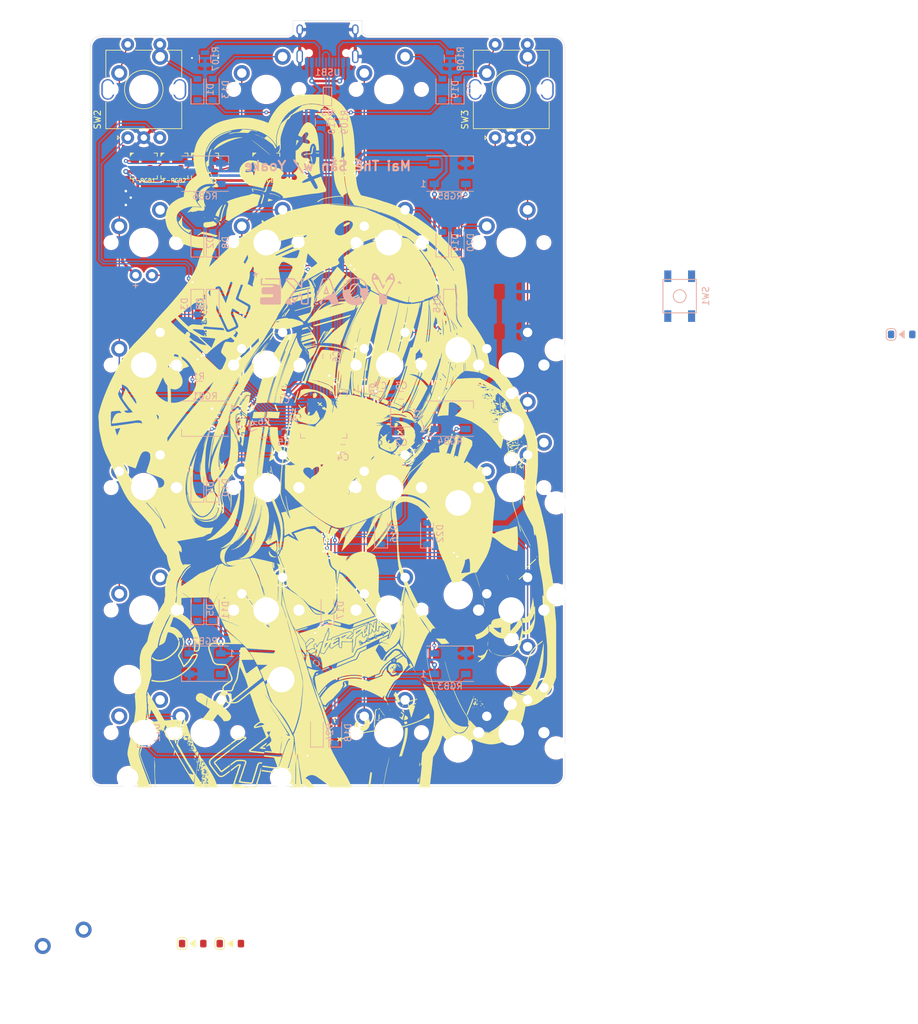
<source format=kicad_pcb>
(kicad_pcb (version 20171130) (host pcbnew "(5.1.11)-1")
  (layers (0 F.Cu signal) (31 B.Cu signal) (34 B.Paste user) (35 F.Paste user) (36 B.SilkS user) (37 F.SilkS user hide) (38 B.Mask user) (39 F.Mask user) (44 Edge.Cuts user))
  (net 0 "")
  (net 1 GND)
  (net 2 "Net-(C3-Pad1)")
  (net 3 +5V)
  (net 4 D+)
  (net 5 D-)
  (net 6 "Net-(C2-Pad1)")
  (net 7 "Net-(R107-Pad2)")
  (net 8 "Net-(R108-Pad2)")
  (net 9 /R-)
  (net 10 /R+)
  (net 11 "Net-(USB1-Pad3)")
  (net 12 "Net-(USB1-Pad9)")
  (net 13 "Net-(D2-Pad2)")
  (net 14 "Net-(D3-Pad2)")
  (net 15 "Net-(D4-Pad2)")
  (net 16 "Net-(D5-Pad2)")
  (net 17 "Net-(D8-Pad2)")
  (net 18 "Net-(D9-Pad2)")
  (net 19 "Net-(D10-Pad2)")
  (net 20 "Net-(D11-Pad2)")
  (net 21 "Net-(D12-Pad2)")
  (net 22 "Net-(D14-Pad2)")
  (net 23 "Net-(D15-Pad2)")
  (net 24 "Net-(D16-Pad2)")
  (net 25 "Net-(D17-Pad2)")
  (net 26 "Net-(D18-Pad2)")
  (net 27 "Net-(D20-Pad2)")
  (net 28 "Net-(D22-Pad2)")
  (net 29 "Net-(D24-Pad2)")
  (net 30 "Net-(C6-Pad1)")
  (net 31 RST)
  (net 32 "Net-(R6-Pad2)")
  (net 33 RGBLED)
  (net 34 "Net-(R7-Pad2)")
  (net 35 "Net-(U2-Pad42)")
  (net 36 "Net-(U2-Pad32)")
  (net 37 "Net-(U2-Pad31)")
  (net 38 "Net-(U2-Pad22)")
  (net 39 "Net-(U2-Pad21)")
  (net 40 "Net-(U2-Pad20)")
  (net 41 SDA)
  (net 42 SCL)
  (net 43 "Net-(U2-Pad12)")
  (net 44 MOSI)
  (net 45 "Net-(U2-Pad1)")
  (net 46 "Net-(D13-Pad2)")
  (net 47 "Net-(D19-Pad2)")
  (net 48 "Net-(RGB1-Pad2)")
  (net 49 "Net-(RGB2-Pad2)")
  (net 50 "Net-(RGB3-Pad2)")
  (net 51 "Net-(RGB4-Pad2)")
  (net 52 "Net-(RGB5-Pad2)")
  (net 53 Row0)
  (net 54 Row1)
  (net 55 Row3)
  (net 56 Row4)
  (net 57 Row5)
  (net 58 Col0)
  (net 59 Col3)
  (net 60 Col1)
  (net 61 Col2)
  (net 62 "Net-(F-RGB1-Pad1)")
  (net 63 "Net-(F-RGB2-Pad1)")
  (net 64 "Net-(F-RGB3-Pad1)")
  (net 65 "Net-(F-RGB5-Pad1)")
  (net 66 RGB-C)
  (net 67 R-A)
  (net 68 R-B)
  (net 69 S1)
  (net 70 "Net-(D25-Pad1)")
  (net 71 "Net-(R1-Pad1)")
  (net 72 R-A2)
  (net 73 R-B2)
  (net 74 S2)
  (net 75 "Net-(D6-Pad2)")
  (net 76 "Net-(D21-Pad2)")
  (net 77 "Net-(D23-Pad2)")
  (module MX_Only_v4:MXOnly-1U-NoLED (layer F.Cu) (at 247.65024 152.40008)
    (fp_text reference MX24)
    (fp_text value MX-NoLED-MX_Alps_Hybrid)
    (pad 2 thru_hole circle (at 2.54 -5.08) (size 2.5 2.5) (drill 1.47) (layers *.Cu B.Mask) (net 59 Col3))
    (pad "" np_thru_hole circle (at 0 0) (size 3.9878 3.9878) (drill 3.9878) (layers *.Cu *.Mask))
    (pad "" np_thru_hole circle (at -5.08 0 48.0996) (size 1.75 1.75) (drill 1.75) (layers *.Cu *.Mask))
    (pad 1 thru_hole circle (at -3.81 -2.54) (size 2.5 2.5) (drill 1.47) (layers *.Cu B.Mask) (net 29 "Net-(D24-Pad2)"))
    (pad "" np_thru_hole circle (at 5.08 0 48.0996) (size 1.75 1.75) (drill 1.75) (layers *.Cu *.Mask))
  )
  (module MX_Only_v4:MXOnly-1U-NoLED (layer F.Cu) (at 247.65024 133.35)
    (fp_text reference MX23)
    (fp_text value MX-NoLED-MX_Alps_Hybrid)
    (pad "" np_thru_hole circle (at 5.08 0 48.0996) (size 1.75 1.75) (drill 1.75) (layers *.Cu *.Mask))
    (pad 1 thru_hole circle (at -3.81 -2.54) (size 2.5 2.5) (drill 1.47) (layers *.Cu B.Mask) (net 77 "Net-(D23-Pad2)"))
    (pad "" np_thru_hole circle (at -5.08 0 48.0996) (size 1.75 1.75) (drill 1.75) (layers *.Cu *.Mask))
    (pad "" np_thru_hole circle (at 0 0) (size 3.9878 3.9878) (drill 3.9878) (layers *.Cu *.Mask))
    (pad 2 thru_hole circle (at 2.54 -5.08) (size 2.5 2.5) (drill 1.47) (layers *.Cu B.Mask) (net 59 Col3))
  )
  (module MX_Only_v4:MXOnly-1U-NoLED (layer F.Cu) (at 247.65024 114.29992)
    (fp_text reference MX22)
    (fp_text value MX-NoLED-MX_Alps_Hybrid)
    (pad "" np_thru_hole circle (at 5.08 0 48.0996) (size 1.75 1.75) (drill 1.75) (layers *.Cu *.Mask))
    (pad 1 thru_hole circle (at -3.81 -2.54) (size 2.5 2.5) (drill 1.47) (layers *.Cu B.Mask) (net 28 "Net-(D22-Pad2)"))
    (pad "" np_thru_hole circle (at -5.08 0 48.0996) (size 1.75 1.75) (drill 1.75) (layers *.Cu *.Mask))
    (pad "" np_thru_hole circle (at 0 0) (size 3.9878 3.9878) (drill 3.9878) (layers *.Cu *.Mask))
    (pad 2 thru_hole circle (at 2.54 -5.08) (size 2.5 2.5) (drill 1.47) (layers *.Cu B.Mask) (net 59 Col3))
  )
  (module MX_Only_v4:MXOnly-1U-NoLED (layer F.Cu) (at 247.65024 95.24984)
    (fp_text reference MX21)
    (fp_text value MX-NoLED-MX_Alps_Hybrid)
    (pad "" np_thru_hole circle (at 5.08 0 48.0996) (size 1.75 1.75) (drill 1.75) (layers *.Cu *.Mask))
    (pad 1 thru_hole circle (at -3.81 -2.54) (size 2.5 2.5) (drill 1.47) (layers *.Cu B.Mask) (net 76 "Net-(D21-Pad2)"))
    (pad "" np_thru_hole circle (at -5.08 0 48.0996) (size 1.75 1.75) (drill 1.75) (layers *.Cu *.Mask))
    (pad "" np_thru_hole circle (at 0 0) (size 3.9878 3.9878) (drill 3.9878) (layers *.Cu *.Mask))
    (pad 2 thru_hole circle (at 2.54 -5.08) (size 2.5 2.5) (drill 1.47) (layers *.Cu B.Mask) (net 59 Col3))
  )
  (module MX_Only_v4:MXOnly-1U-NoLED (layer F.Cu) (at 190.5 152.40008)
    (fp_text reference MX12)
    (fp_text value MX-NoLED-MX_Alps_Hybrid)
    (pad "" np_thru_hole circle (at 5.08 0 48.0996) (size 1.75 1.75) (drill 1.75) (layers *.Cu *.Mask))
    (pad 1 thru_hole circle (at -3.81 -2.54) (size 2.5 2.5) (drill 1.47) (layers *.Cu B.Mask) (net 60 Col1))
    (pad "" np_thru_hole circle (at -5.08 0 48.0996) (size 1.75 1.75) (drill 1.75) (layers *.Cu *.Mask))
    (pad "" np_thru_hole circle (at 0 0) (size 3.9878 3.9878) (drill 3.9878) (layers *.Cu *.Mask))
    (pad 2 thru_hole circle (at 2.54 -5.08) (size 2.5 2.5) (drill 1.47) (layers *.Cu B.Mask) (net 21 "Net-(D12-Pad2)"))
  )
  (module MX_Only_v4:MXOnly-1U-NoLED (layer F.Cu) (at 178.5937 188.11898)
    (fp_text reference MX6)
    (fp_text value MX-NoLED-MX_Alps_Hybrid)
    (pad "" np_thru_hole circle (at 5.08 0 48.0996) (size 1.75 1.75) (drill 1.75) (layers *.Cu *.Mask))
    (pad 1 thru_hole circle (at -3.81 -2.54) (size 2.5 2.5) (drill 1.47) (layers *.Cu B.Mask) (net 58 Col0))
    (pad "" np_thru_hole circle (at -5.08 0 48.0996) (size 1.75 1.75) (drill 1.75) (layers *.Cu *.Mask))
    (pad "" np_thru_hole circle (at 0 0) (size 3.9878 3.9878) (drill 3.9878) (layers *.Cu *.Mask))
    (pad 2 thru_hole circle (at 2.54 -5.08) (size 2.5 2.5) (drill 1.47) (layers *.Cu B.Mask) (net 75 "Net-(D6-Pad2)"))
  )
  (module sanproject-keyboard-part:D_SOD-123 (layer F.Cu) (at 203.95582 185.20642)
    (fp_text reference D23)
    (fp_text value D)
    (pad 1 smd roundrect (at -1.65 0) (size 1 1.2) (layers F.Cu F.Paste F.Mask) (net 56 Row4))
    (pad 2 smd roundrect (at 1.65 0) (size 1 1.2) (layers F.Cu F.Paste F.Mask) (net 77 "Net-(D23-Pad2)"))
  )
  (module sanproject-keyboard-part:D_SOD-123 (layer B.Cu) (at 308.37237 90.48732)
    (fp_text reference D21)
    (fp_text value D)
    (pad 1 smd roundrect (at -1.65 0) (size 1 1.2) (layers B.Cu B.Paste B.Mask) (net 44 MOSI))
    (pad 2 smd roundrect (at 1.65 0) (size 1 1.2) (layers B.Cu B.Paste B.Mask) (net 76 "Net-(D21-Pad2)"))
  )
  (module sanproject-keyboard-part:D_SOD-123 (layer F.Cu) (at 198.10582 185.20642)
    (fp_text reference D6)
    (fp_text value D)
    (pad 1 smd roundrect (at -1.65 0) (size 1 1.2) (layers F.Cu F.Paste F.Mask) (net 57 Row5))
    (pad 2 smd roundrect (at 1.65 0) (size 1 1.2) (layers F.Cu F.Paste F.Mask) (net 75 "Net-(D6-Pad2)"))
  )
  (module MX_Only_v4:MXOnly-2U-NoLED (layer F.Cu) (at 247.65 104.775 270)
    (fp_text reference MX13)
    (fp_text value MX-NoLED-MX_Alps_Hybrid)
    (pad "" np_thru_hole circle (at 0 0 270) (size 3.9878 3.9878) (drill 3.9878) (layers *.Cu *.Mask))
    (pad 2 thru_hole circle (at 2.54 -5.08 270) (size 2.5 2.5) (drill 1.47) (layers *.Cu B.Mask) (net 28 "Net-(D22-Pad2)"))
    (pad "" np_thru_hole circle (at -5.08 0 318.0996) (size 1.75 1.75) (drill 1.75) (layers *.Cu *.Mask))
    (pad "" np_thru_hole circle (at 5.08 0 318.0996) (size 1.75 1.75) (drill 1.75) (layers *.Cu *.Mask))
    (pad 1 thru_hole circle (at -3.81 -2.54 270) (size 2.5 2.5) (drill 1.47) (layers *.Cu B.Mask) (net 59 Col3))
    (pad "" np_thru_hole circle (at -11.90625 -6.985 270) (size 3.048 3.048) (drill 3.048) (layers *.Cu *.Mask))
    (pad "" np_thru_hole circle (at 11.90625 -6.985 270) (size 3.048 3.048) (drill 3.048) (layers *.Cu *.Mask))
    (pad "" np_thru_hole circle (at -11.90625 8.255 270) (size 3.9878 3.9878) (drill 3.9878) (layers *.Cu *.Mask))
    (pad "" np_thru_hole circle (at 11.90625 8.255 270) (size 3.9878 3.9878) (drill 3.9878) (layers *.Cu *.Mask))
  )
  (module sanproject-keyboard-part:RotaryEncoder_Alps_EC11E-Switch_Vertical_H20mm_Center (layer F.Cu) (at 247.65 52.38751 90)
    (fp_text reference SW3 (at -4.7 -7.2 270) (layer F.SilkS))
    (fp_text value Rotary_Encoder_Switch)
    (pad A thru_hole circle (at -7.5 -2.5 90) (size 2 2) (drill 1) (layers *.Cu *.Mask) (net 72 R-A2))
    (pad C thru_hole circle (at -7.5 0 90) (size 2 2) (drill 1) (layers *.Cu *.Mask) (net 1 GND))
    (pad B thru_hole circle (at -7.5 2.5 90) (size 2 2) (drill 1) (layers *.Cu *.Mask) (net 73 R-B2))
    (pad MP thru_hole oval (at 0 -5.6 90) (size 3.2 2) (drill oval 2.8 1.5) (layers *.Cu *.Mask))
    (pad MP thru_hole oval (at 0 5.6 90) (size 3.2 2) (drill oval 2.8 1.5) (layers *.Cu *.Mask))
    (pad S2 thru_hole circle (at 7 -2.5 90) (size 2 2) (drill 1) (layers *.Cu *.Mask) (net 74 S2))
    (pad S1 thru_hole circle (at 7 2.5 90) (size 2 2) (drill 1) (layers *.Cu *.Mask) (net 59 Col3))
  )
  (module MX_Only_v4:MXOnly-LEDONLY (layer F.Cu) (at 190.5 76.2)
    (fp_text reference D25)
    (fp_text value LED)
    (fp_text user + (at -1.27 6.604) (layer B.SilkS))
    (pad 2 thru_hole circle (at -1.27 5.08) (size 1.905 1.905) (drill 1.04) (layers *.Cu B.Mask) (net 3 +5V))
    (pad 1 thru_hole circle (at 1.27 5.08) (size 1.905 1.905) (drill 1.04) (layers *.Cu B.Mask) (net 70 "Net-(D25-Pad1)"))
  )
  (module MX_Only_v4:MXOnly-1U-NoLED (layer F.Cu) (at 228.600192 52.387546)
    (fp_text reference MX27)
    (fp_text value MX-NoLED-MX_Alps_Hybrid)
    (pad "" np_thru_hole circle (at 5.08 0 48.0996) (size 1.75 1.75) (drill 1.75) (layers *.Cu *.Mask))
    (pad 1 thru_hole circle (at -3.81 -2.54) (size 2.5 2.5) (drill 1.47) (layers *.Cu B.Mask) (net 61 Col2))
    (pad "" np_thru_hole circle (at -5.08 0 48.0996) (size 1.75 1.75) (drill 1.75) (layers *.Cu *.Mask))
    (pad "" np_thru_hole circle (at 0 0) (size 3.9878 3.9878) (drill 3.9878) (layers *.Cu *.Mask))
    (pad 2 thru_hole circle (at 2.54 -5.08) (size 2.5 2.5) (drill 1.47) (layers *.Cu B.Mask) (net 47 "Net-(D19-Pad2)"))
  )
  (module MX_Only_v4:MXOnly-1U-NoLED (layer F.Cu) (at 209.550176 52.387546)
    (fp_text reference MX26)
    (fp_text value MX-NoLED-MX_Alps_Hybrid)
    (pad "" np_thru_hole circle (at 5.08 0 48.0996) (size 1.75 1.75) (drill 1.75) (layers *.Cu *.Mask))
    (pad 1 thru_hole circle (at -3.81 -2.54) (size 2.5 2.5) (drill 1.47) (layers *.Cu B.Mask) (net 60 Col1))
    (pad "" np_thru_hole circle (at -5.08 0 48.0996) (size 1.75 1.75) (drill 1.75) (layers *.Cu *.Mask))
    (pad "" np_thru_hole circle (at 0 0) (size 3.9878 3.9878) (drill 3.9878) (layers *.Cu *.Mask))
    (pad 2 thru_hole circle (at 2.54 -5.08) (size 2.5 2.5) (drill 1.47) (layers *.Cu B.Mask) (net 46 "Net-(D13-Pad2)"))
  )
  (module MX_Only_v4:MXOnly-2U-ReversedStabilizers-NoLED (layer F.Cu) (at 200.025 152.4)
    (fp_text reference MX25)
    (fp_text value MX-NoLED-MX_Alps_Hybrid)
    (pad 2 thru_hole circle (at 2.54 -5.08) (size 2.5 2.5) (drill 1.47) (layers *.Cu *.Mask) (net 60 Col1))
    (pad "" np_thru_hole circle (at 0 0) (size 3.9878 3.9878) (drill 3.9878) (layers *.Cu *.Mask))
    (pad 1 thru_hole circle (at -3.81 -2.54) (size 2.5 2.5) (drill 1.47) (layers *.Cu *.Mask) (net 21 "Net-(D12-Pad2)"))
    (pad "" np_thru_hole circle (at -5.08 0 48.0996) (size 1.75 1.75) (drill 1.75) (layers *.Cu *.Mask))
    (pad "" np_thru_hole circle (at 5.08 0 48.0996) (size 1.75 1.75) (drill 1.75) (layers *.Cu *.Mask))
    (pad "" np_thru_hole circle (at -11.90625 6.985) (size 3.048 3.048) (drill 3.048) (layers *.Cu *.Mask))
    (pad "" np_thru_hole circle (at 11.90625 6.985) (size 3.048 3.048) (drill 3.048) (layers *.Cu *.Mask))
    (pad "" np_thru_hole circle (at -11.90625 -8.255) (size 3.9878 3.9878) (drill 3.9878) (layers *.Cu *.Mask))
    (pad "" np_thru_hole circle (at 11.90625 -8.255) (size 3.9878 3.9878) (drill 3.9878) (layers *.Cu *.Mask))
  )
  (module MX_Only_v4:MXOnly-1U-NoLED (layer F.Cu) (at 247.65 76.2)
    (fp_text reference MX20)
    (fp_text value MX-NoLED-MX_Alps_Hybrid)
    (pad "" np_thru_hole circle (at 5.08 0 48.0996) (size 1.75 1.75) (drill 1.75) (layers *.Cu *.Mask))
    (pad 1 thru_hole circle (at -3.81 -2.54) (size 2.5 2.5) (drill 1.47) (layers *.Cu B.Mask) (net 27 "Net-(D20-Pad2)"))
    (pad "" np_thru_hole circle (at -5.08 0 48.0996) (size 1.75 1.75) (drill 1.75) (layers *.Cu *.Mask))
    (pad "" np_thru_hole circle (at 0 0) (size 3.9878 3.9878) (drill 3.9878) (layers *.Cu *.Mask))
    (pad 2 thru_hole circle (at 2.54 -5.08) (size 2.5 2.5) (drill 1.47) (layers *.Cu B.Mask) (net 59 Col3))
  )
  (module MX_Only_v4:MXOnly-2U-NoLED (layer F.Cu) (at 247.65 142.875 270)
    (fp_text reference MX19)
    (fp_text value MX-NoLED-MX_Alps_Hybrid)
    (pad "" np_thru_hole circle (at 0 0 270) (size 3.9878 3.9878) (drill 3.9878) (layers *.Cu *.Mask))
    (pad 2 thru_hole circle (at 2.54 -5.08 270) (size 2.5 2.5) (drill 1.47) (layers *.Cu B.Mask) (net 29 "Net-(D24-Pad2)"))
    (pad "" np_thru_hole circle (at -5.08 0 318.0996) (size 1.75 1.75) (drill 1.75) (layers *.Cu *.Mask))
    (pad "" np_thru_hole circle (at 5.08 0 318.0996) (size 1.75 1.75) (drill 1.75) (layers *.Cu *.Mask))
    (pad 1 thru_hole circle (at -3.81 -2.54 270) (size 2.5 2.5) (drill 1.47) (layers *.Cu B.Mask) (net 59 Col3))
    (pad "" np_thru_hole circle (at -11.90625 -6.985 270) (size 3.048 3.048) (drill 3.048) (layers *.Cu *.Mask))
    (pad "" np_thru_hole circle (at 11.90625 -6.985 270) (size 3.048 3.048) (drill 3.048) (layers *.Cu *.Mask))
    (pad "" np_thru_hole circle (at -11.90625 8.255 270) (size 3.9878 3.9878) (drill 3.9878) (layers *.Cu *.Mask))
    (pad "" np_thru_hole circle (at 11.90625 8.255 270) (size 3.9878 3.9878) (drill 3.9878) (layers *.Cu *.Mask))
  )
  (module MX_Only_v4:MXOnly-1U-NoLED (layer F.Cu) (at 228.6 152.4)
    (fp_text reference MX18)
    (fp_text value MX-NoLED-MX_Alps_Hybrid)
    (pad "" np_thru_hole circle (at 5.08 0 48.0996) (size 1.75 1.75) (drill 1.75) (layers *.Cu *.Mask))
    (pad 1 thru_hole circle (at -3.81 -2.54) (size 2.5 2.5) (drill 1.47) (layers *.Cu B.Mask) (net 61 Col2))
    (pad "" np_thru_hole circle (at -5.08 0 48.0996) (size 1.75 1.75) (drill 1.75) (layers *.Cu *.Mask))
    (pad "" np_thru_hole circle (at 0 0) (size 3.9878 3.9878) (drill 3.9878) (layers *.Cu *.Mask))
    (pad 2 thru_hole circle (at 2.54 -5.08) (size 2.5 2.5) (drill 1.47) (layers *.Cu B.Mask) (net 26 "Net-(D18-Pad2)"))
  )
  (module MX_Only_v4:MXOnly-1U-NoLED (layer F.Cu) (at 228.6 133.35)
    (fp_text reference MX17)
    (fp_text value MX-NoLED-MX_Alps_Hybrid)
    (pad "" np_thru_hole circle (at 5.08 0 48.0996) (size 1.75 1.75) (drill 1.75) (layers *.Cu *.Mask))
    (pad 1 thru_hole circle (at -3.81 -2.54) (size 2.5 2.5) (drill 1.47) (layers *.Cu B.Mask) (net 61 Col2))
    (pad "" np_thru_hole circle (at -5.08 0 48.0996) (size 1.75 1.75) (drill 1.75) (layers *.Cu *.Mask))
    (pad "" np_thru_hole circle (at 0 0) (size 3.9878 3.9878) (drill 3.9878) (layers *.Cu *.Mask))
    (pad 2 thru_hole circle (at 2.54 -5.08) (size 2.5 2.5) (drill 1.47) (layers *.Cu B.Mask) (net 25 "Net-(D17-Pad2)"))
  )
  (module MX_Only_v4:MXOnly-1U-NoLED (layer F.Cu) (at 228.6 114.3)
    (fp_text reference MX16)
    (fp_text value MX-NoLED-MX_Alps_Hybrid)
    (pad "" np_thru_hole circle (at 5.08 0 48.0996) (size 1.75 1.75) (drill 1.75) (layers *.Cu *.Mask))
    (pad 1 thru_hole circle (at -3.81 -2.54) (size 2.5 2.5) (drill 1.47) (layers *.Cu B.Mask) (net 61 Col2))
    (pad "" np_thru_hole circle (at -5.08 0 48.0996) (size 1.75 1.75) (drill 1.75) (layers *.Cu *.Mask))
    (pad "" np_thru_hole circle (at 0 0) (size 3.9878 3.9878) (drill 3.9878) (layers *.Cu *.Mask))
    (pad 2 thru_hole circle (at 2.54 -5.08) (size 2.5 2.5) (drill 1.47) (layers *.Cu B.Mask) (net 24 "Net-(D16-Pad2)"))
  )
  (module MX_Only_v4:MXOnly-1U-NoLED (layer F.Cu) (at 228.6 95.25)
    (fp_text reference MX15)
    (fp_text value MX-NoLED-MX_Alps_Hybrid)
    (pad "" np_thru_hole circle (at 5.08 0 48.0996) (size 1.75 1.75) (drill 1.75) (layers *.Cu *.Mask))
    (pad 1 thru_hole circle (at -3.81 -2.54) (size 2.5 2.5) (drill 1.47) (layers *.Cu B.Mask) (net 61 Col2))
    (pad "" np_thru_hole circle (at -5.08 0 48.0996) (size 1.75 1.75) (drill 1.75) (layers *.Cu *.Mask))
    (pad "" np_thru_hole circle (at 0 0) (size 3.9878 3.9878) (drill 3.9878) (layers *.Cu *.Mask))
    (pad 2 thru_hole circle (at 2.54 -5.08) (size 2.5 2.5) (drill 1.47) (layers *.Cu B.Mask) (net 23 "Net-(D15-Pad2)"))
  )
  (module MX_Only_v4:MXOnly-1U-NoLED (layer F.Cu) (at 228.6 76.2)
    (fp_text reference MX14)
    (fp_text value MX-NoLED-MX_Alps_Hybrid)
    (pad "" np_thru_hole circle (at 5.08 0 48.0996) (size 1.75 1.75) (drill 1.75) (layers *.Cu *.Mask))
    (pad 1 thru_hole circle (at -3.81 -2.54) (size 2.5 2.5) (drill 1.47) (layers *.Cu B.Mask) (net 61 Col2))
    (pad "" np_thru_hole circle (at -5.08 0 48.0996) (size 1.75 1.75) (drill 1.75) (layers *.Cu *.Mask))
    (pad "" np_thru_hole circle (at 0 0) (size 3.9878 3.9878) (drill 3.9878) (layers *.Cu *.Mask))
    (pad 2 thru_hole circle (at 2.54 -5.08) (size 2.5 2.5) (drill 1.47) (layers *.Cu B.Mask) (net 22 "Net-(D14-Pad2)"))
  )
  (module MX_Only_v4:MXOnly-1U-NoLED (layer F.Cu) (at 209.55 133.35)
    (fp_text reference MX11)
    (fp_text value MX-NoLED-MX_Alps_Hybrid)
    (pad "" np_thru_hole circle (at 5.08 0 48.0996) (size 1.75 1.75) (drill 1.75) (layers *.Cu *.Mask))
    (pad 1 thru_hole circle (at -3.81 -2.54) (size 2.5 2.5) (drill 1.47) (layers *.Cu B.Mask) (net 60 Col1))
    (pad "" np_thru_hole circle (at -5.08 0 48.0996) (size 1.75 1.75) (drill 1.75) (layers *.Cu *.Mask))
    (pad "" np_thru_hole circle (at 0 0) (size 3.9878 3.9878) (drill 3.9878) (layers *.Cu *.Mask))
    (pad 2 thru_hole circle (at 2.54 -5.08) (size 2.5 2.5) (drill 1.47) (layers *.Cu B.Mask) (net 20 "Net-(D11-Pad2)"))
  )
  (module MX_Only_v4:MXOnly-1U-NoLED (layer F.Cu) (at 209.55 114.3)
    (fp_text reference MX10)
    (fp_text value MX-NoLED-MX_Alps_Hybrid)
    (pad "" np_thru_hole circle (at 5.08 0 48.0996) (size 1.75 1.75) (drill 1.75) (layers *.Cu *.Mask))
    (pad 1 thru_hole circle (at -3.81 -2.54) (size 2.5 2.5) (drill 1.47) (layers *.Cu B.Mask) (net 60 Col1))
    (pad "" np_thru_hole circle (at -5.08 0 48.0996) (size 1.75 1.75) (drill 1.75) (layers *.Cu *.Mask))
    (pad "" np_thru_hole circle (at 0 0) (size 3.9878 3.9878) (drill 3.9878) (layers *.Cu *.Mask))
    (pad 2 thru_hole circle (at 2.54 -5.08) (size 2.5 2.5) (drill 1.47) (layers *.Cu B.Mask) (net 19 "Net-(D10-Pad2)"))
  )
  (module MX_Only_v4:MXOnly-1U-NoLED (layer F.Cu) (at 209.55 95.25)
    (fp_text reference MX9)
    (fp_text value MX-NoLED-MX_Alps_Hybrid)
    (pad "" np_thru_hole circle (at 5.08 0 48.0996) (size 1.75 1.75) (drill 1.75) (layers *.Cu *.Mask))
    (pad 1 thru_hole circle (at -3.81 -2.54) (size 2.5 2.5) (drill 1.47) (layers *.Cu B.Mask) (net 60 Col1))
    (pad "" np_thru_hole circle (at -5.08 0 48.0996) (size 1.75 1.75) (drill 1.75) (layers *.Cu *.Mask))
    (pad "" np_thru_hole circle (at 0 0) (size 3.9878 3.9878) (drill 3.9878) (layers *.Cu *.Mask))
    (pad 2 thru_hole circle (at 2.54 -5.08) (size 2.5 2.5) (drill 1.47) (layers *.Cu B.Mask) (net 18 "Net-(D9-Pad2)"))
  )
  (module MX_Only_v4:MXOnly-1U-NoLED (layer F.Cu) (at 209.55 76.2)
    (fp_text reference MX8)
    (fp_text value MX-NoLED-MX_Alps_Hybrid)
    (pad "" np_thru_hole circle (at 5.08 0 48.0996) (size 1.75 1.75) (drill 1.75) (layers *.Cu *.Mask))
    (pad 1 thru_hole circle (at -3.81 -2.54) (size 2.5 2.5) (drill 1.47) (layers *.Cu B.Mask) (net 60 Col1))
    (pad "" np_thru_hole circle (at -5.08 0 48.0996) (size 1.75 1.75) (drill 1.75) (layers *.Cu *.Mask))
    (pad "" np_thru_hole circle (at 0 0) (size 3.9878 3.9878) (drill 3.9878) (layers *.Cu *.Mask))
    (pad 2 thru_hole circle (at 2.54 -5.08) (size 2.5 2.5) (drill 1.47) (layers *.Cu B.Mask) (net 17 "Net-(D8-Pad2)"))
  )
  (module MX_Only_v4:MXOnly-1U-NoLED (layer F.Cu) (at 247.65 52.38751)
    (fp_text reference MX7)
    (fp_text value MX-NoLED-MX_Alps_Hybrid)
    (pad "" np_thru_hole circle (at 5.08 0 48.0996) (size 1.75 1.75) (drill 1.75) (layers *.Cu *.Mask))
    (pad 1 thru_hole circle (at -3.81 -2.54) (size 2.5 2.5) (drill 1.47) (layers *.Cu B.Mask) (net 74 S2))
    (pad "" np_thru_hole circle (at -5.08 0 48.0996) (size 1.75 1.75) (drill 1.75) (layers *.Cu *.Mask))
    (pad "" np_thru_hole circle (at 0 0) (size 3.9878 3.9878) (drill 3.9878) (layers *.Cu *.Mask))
    (pad 2 thru_hole circle (at 2.54 -5.08) (size 2.5 2.5) (drill 1.47) (layers *.Cu B.Mask) (net 59 Col3))
  )
  (module MX_Only_v4:MXOnly-1U-NoLED (layer F.Cu) (at 190.5 133.35)
    (fp_text reference MX5)
    (fp_text value MX-NoLED-MX_Alps_Hybrid)
    (pad "" np_thru_hole circle (at 5.08 0 48.0996) (size 1.75 1.75) (drill 1.75) (layers *.Cu *.Mask))
    (pad 1 thru_hole circle (at -3.81 -2.54) (size 2.5 2.5) (drill 1.47) (layers *.Cu B.Mask) (net 58 Col0))
    (pad "" np_thru_hole circle (at -5.08 0 48.0996) (size 1.75 1.75) (drill 1.75) (layers *.Cu *.Mask))
    (pad "" np_thru_hole circle (at 0 0) (size 3.9878 3.9878) (drill 3.9878) (layers *.Cu *.Mask))
    (pad 2 thru_hole circle (at 2.54 -5.08) (size 2.5 2.5) (drill 1.47) (layers *.Cu B.Mask) (net 16 "Net-(D5-Pad2)"))
  )
  (module MX_Only_v4:MXOnly-1U-NoLED (layer F.Cu) (at 190.5 114.3)
    (fp_text reference MX4)
    (fp_text value MX-NoLED-MX_Alps_Hybrid)
    (pad "" np_thru_hole circle (at 5.08 0 48.0996) (size 1.75 1.75) (drill 1.75) (layers *.Cu *.Mask))
    (pad 1 thru_hole circle (at -3.81 -2.54) (size 2.5 2.5) (drill 1.47) (layers *.Cu B.Mask) (net 58 Col0))
    (pad "" np_thru_hole circle (at -5.08 0 48.0996) (size 1.75 1.75) (drill 1.75) (layers *.Cu *.Mask))
    (pad "" np_thru_hole circle (at 0 0) (size 3.9878 3.9878) (drill 3.9878) (layers *.Cu *.Mask))
    (pad 2 thru_hole circle (at 2.54 -5.08) (size 2.5 2.5) (drill 1.47) (layers *.Cu B.Mask) (net 15 "Net-(D4-Pad2)"))
  )
  (module MX_Only_v4:MXOnly-1U-NoLED (layer F.Cu) (at 190.5 95.25)
    (fp_text reference MX3)
    (fp_text value MX-NoLED-MX_Alps_Hybrid)
    (pad "" np_thru_hole circle (at 5.08 0 48.0996) (size 1.75 1.75) (drill 1.75) (layers *.Cu *.Mask))
    (pad 1 thru_hole circle (at -3.81 -2.54) (size 2.5 2.5) (drill 1.47) (layers *.Cu B.Mask) (net 58 Col0))
    (pad "" np_thru_hole circle (at -5.08 0 48.0996) (size 1.75 1.75) (drill 1.75) (layers *.Cu *.Mask))
    (pad "" np_thru_hole circle (at 0 0) (size 3.9878 3.9878) (drill 3.9878) (layers *.Cu *.Mask))
    (pad 2 thru_hole circle (at 2.54 -5.08) (size 2.5 2.5) (drill 1.47) (layers *.Cu B.Mask) (net 14 "Net-(D3-Pad2)"))
  )
  (module MX_Only_v4:MXOnly-1U-NoLED (layer F.Cu) (at 190.5 76.2)
    (fp_text reference MX2)
    (fp_text value MX-NoLED-MX_Alps_Hybrid)
    (pad "" np_thru_hole circle (at 5.08 0 48.0996) (size 1.75 1.75) (drill 1.75) (layers *.Cu *.Mask))
    (pad 1 thru_hole circle (at -3.81 -2.54) (size 2.5 2.5) (drill 1.47) (layers *.Cu B.Mask) (net 58 Col0))
    (pad "" np_thru_hole circle (at -5.08 0 48.0996) (size 1.75 1.75) (drill 1.75) (layers *.Cu *.Mask))
    (pad "" np_thru_hole circle (at 0 0) (size 3.9878 3.9878) (drill 3.9878) (layers *.Cu *.Mask))
    (pad 2 thru_hole circle (at 2.54 -5.08) (size 2.5 2.5) (drill 1.47) (layers *.Cu B.Mask) (net 13 "Net-(D2-Pad2)"))
  )
  (module MX_Only_v4:MXOnly-1U-NoLED (layer F.Cu) (at 190.5 52.38751)
    (fp_text reference MX1)
    (fp_text value MX-NoLED-MX_Alps_Hybrid)
    (pad "" np_thru_hole circle (at 5.08 0 48.0996) (size 1.75 1.75) (drill 1.75) (layers *.Cu *.Mask))
    (pad 1 thru_hole circle (at -3.81 -2.54) (size 2.5 2.5) (drill 1.47) (layers *.Cu B.Mask) (net 58 Col0))
    (pad "" np_thru_hole circle (at -5.08 0 48.0996) (size 1.75 1.75) (drill 1.75) (layers *.Cu *.Mask))
    (pad "" np_thru_hole circle (at 0 0) (size 3.9878 3.9878) (drill 3.9878) (layers *.Cu *.Mask))
    (pad 2 thru_hole circle (at 2.54 -5.08) (size 2.5 2.5) (drill 1.47) (layers *.Cu B.Mask) (net 69 S1))
  )
  (module CustomLogo:Yoake (layer B.Cu) (at 219.07592 83.3441 180)
    (fp_text reference G*** hide)
    (fp_text value LOGO hide)
  )
  (module sanproject-keyboard-part:SK6812_Mini (layer F.Cu) (at 209.55088 64.29402 180)
    (fp_text reference F-RGB5 (at 0 -2.25) (layer F.SilkS) (effects (font (size 0.6 0.6) (thickness 0.125))))
    (fp_text value SK6812MINI)
    (pad 2 smd oval (at -0.95 0.875 180) (size 2.2 0.85) (layers F.Cu F.Paste) (net 1 GND))
    (pad 4 smd oval (at 0.95 -0.875 180) (size 2.2 0.85) (layers F.Cu F.Paste) (net 3 +5V))
    (pad 3 smd oval (at 1.4 0.875 180) (size 1.3 0.85) (layers F.Cu F.Paste) (net 64 "Net-(F-RGB3-Pad1)"))
    (pad 1 smd oval (at -1.3 -0.875 180) (size 1.5 0.85) (layers F.Cu F.Paste) (net 65 "Net-(F-RGB5-Pad1)"))
    (pad 1 smd roundrect (at -1.55 -0.875 180) (size 1 0.85) (layers F.Cu F.Mask) (roundrect_rratio 0.235) (net 65 "Net-(F-RGB5-Pad1)"))
    (pad 2 smd roundrect (at -1.55 0.875 180) (size 1 0.85) (layers F.Cu F.Mask) (roundrect_rratio 0.235) (net 1 GND))
    (pad 3 smd roundrect (at 1.55 0.875 180) (size 1 0.85) (layers F.Cu F.Mask) (roundrect_rratio 0.235) (net 64 "Net-(F-RGB3-Pad1)"))
    (pad 4 smd roundrect (at 1.55 -0.875 180) (size 1 0.85) (layers F.Cu F.Mask) (roundrect_rratio 0.235) (net 3 +5V))
    (pad 1 smd roundrect (at -0.975 -0.575 180) (size 0.85 1.45) (layers F.Cu F.Mask) (net 65 "Net-(F-RGB5-Pad1)"))
    (pad 2 smd rect (at -0.75 0.875 180) (size 1.6 0.85) (layers F.Cu F.Mask) (net 1 GND))
    (pad 3 smd roundrect (at 1.08 0.825 180) (size 0.65 0.95) (layers F.Cu F.Mask) (roundrect_rratio 0.307) (net 64 "Net-(F-RGB3-Pad1)"))
    (pad 4 smd roundrect (at 0.625 -0.68 180) (size 1.55 1.25) (layers F.Cu F.Mask) (roundrect_rratio 0.16) (net 3 +5V))
    (pad 2 smd roundrect (at -0.075 0.825 180) (size 0.875 0.95) (layers F.Cu F.Mask) (roundrect_rratio 0.235) (net 1 GND))
  )
  (module sanproject-keyboard-part:SK6812_Mini (layer F.Cu) (at 200.02584 64.29402 180)
    (fp_text reference F-RGB3 (at 0 -2.25) (layer F.SilkS) (effects (font (size 0.6 0.6) (thickness 0.125))))
    (fp_text value SK6812MINI)
    (pad 2 smd oval (at -0.95 0.875 180) (size 2.2 0.85) (layers F.Cu F.Paste) (net 1 GND))
    (pad 4 smd oval (at 0.95 -0.875 180) (size 2.2 0.85) (layers F.Cu F.Paste) (net 3 +5V))
    (pad 3 smd oval (at 1.4 0.875 180) (size 1.3 0.85) (layers F.Cu F.Paste) (net 63 "Net-(F-RGB2-Pad1)"))
    (pad 1 smd oval (at -1.3 -0.875 180) (size 1.5 0.85) (layers F.Cu F.Paste) (net 64 "Net-(F-RGB3-Pad1)"))
    (pad 1 smd roundrect (at -1.55 -0.875 180) (size 1 0.85) (layers F.Cu F.Mask) (roundrect_rratio 0.235) (net 64 "Net-(F-RGB3-Pad1)"))
    (pad 2 smd roundrect (at -1.55 0.875 180) (size 1 0.85) (layers F.Cu F.Mask) (roundrect_rratio 0.235) (net 1 GND))
    (pad 3 smd roundrect (at 1.55 0.875 180) (size 1 0.85) (layers F.Cu F.Mask) (roundrect_rratio 0.235) (net 63 "Net-(F-RGB2-Pad1)"))
    (pad 4 smd roundrect (at 1.55 -0.875 180) (size 1 0.85) (layers F.Cu F.Mask) (roundrect_rratio 0.235) (net 3 +5V))
    (pad 1 smd roundrect (at -0.975 -0.575 180) (size 0.85 1.45) (layers F.Cu F.Mask) (net 64 "Net-(F-RGB3-Pad1)"))
    (pad 2 smd rect (at -0.75 0.875 180) (size 1.6 0.85) (layers F.Cu F.Mask) (net 1 GND))
    (pad 3 smd roundrect (at 1.08 0.825 180) (size 0.65 0.95) (layers F.Cu F.Mask) (roundrect_rratio 0.307) (net 63 "Net-(F-RGB2-Pad1)"))
    (pad 4 smd roundrect (at 0.625 -0.68 180) (size 1.55 1.25) (layers F.Cu F.Mask) (roundrect_rratio 0.16) (net 3 +5V))
    (pad 2 smd roundrect (at -0.075 0.825 180) (size 0.875 0.95) (layers F.Cu F.Mask) (roundrect_rratio 0.235) (net 1 GND))
  )
  (module sanproject-keyboard-part:SK6812_Mini (layer F.Cu) (at 195.26332 64.29402 180)
    (fp_text reference F-RGB2 (at 0 -2.25) (layer F.SilkS) (effects (font (size 0.6 0.6) (thickness 0.125))))
    (fp_text value SK6812MINI)
    (pad 2 smd oval (at -0.95 0.875 180) (size 2.2 0.85) (layers F.Cu F.Paste) (net 1 GND))
    (pad 4 smd oval (at 0.95 -0.875 180) (size 2.2 0.85) (layers F.Cu F.Paste) (net 3 +5V))
    (pad 3 smd oval (at 1.4 0.875 180) (size 1.3 0.85) (layers F.Cu F.Paste) (net 62 "Net-(F-RGB1-Pad1)"))
    (pad 1 smd oval (at -1.3 -0.875 180) (size 1.5 0.85) (layers F.Cu F.Paste) (net 63 "Net-(F-RGB2-Pad1)"))
    (pad 1 smd roundrect (at -1.55 -0.875 180) (size 1 0.85) (layers F.Cu F.Mask) (roundrect_rratio 0.235) (net 63 "Net-(F-RGB2-Pad1)"))
    (pad 2 smd roundrect (at -1.55 0.875 180) (size 1 0.85) (layers F.Cu F.Mask) (roundrect_rratio 0.235) (net 1 GND))
    (pad 3 smd roundrect (at 1.55 0.875 180) (size 1 0.85) (layers F.Cu F.Mask) (roundrect_rratio 0.235) (net 62 "Net-(F-RGB1-Pad1)"))
    (pad 4 smd roundrect (at 1.55 -0.875 180) (size 1 0.85) (layers F.Cu F.Mask) (roundrect_rratio 0.235) (net 3 +5V))
    (pad 1 smd roundrect (at -0.975 -0.575 180) (size 0.85 1.45) (layers F.Cu F.Mask) (net 63 "Net-(F-RGB2-Pad1)"))
    (pad 2 smd rect (at -0.75 0.875 180) (size 1.6 0.85) (layers F.Cu F.Mask) (net 1 GND))
    (pad 3 smd roundrect (at 1.08 0.825 180) (size 0.65 0.95) (layers F.Cu F.Mask) (roundrect_rratio 0.307) (net 62 "Net-(F-RGB1-Pad1)"))
    (pad 4 smd roundrect (at 0.625 -0.68 180) (size 1.55 1.25) (layers F.Cu F.Mask) (roundrect_rratio 0.16) (net 3 +5V))
    (pad 2 smd roundrect (at -0.075 0.825 180) (size 0.875 0.95) (layers F.Cu F.Mask) (roundrect_rratio 0.235) (net 1 GND))
  )
  (module sanproject-keyboard-part:SK6812_Mini (layer F.Cu) (at 190.5008 64.29402 180)
    (fp_text reference F-RGB1 (at 0 -2.25) (layer F.SilkS) (effects (font (size 0.6 0.6) (thickness 0.125))))
    (fp_text value SK6812MINI)
    (pad 2 smd oval (at -0.95 0.875 180) (size 2.2 0.85) (layers F.Cu F.Paste) (net 1 GND))
    (pad 4 smd oval (at 0.95 -0.875 180) (size 2.2 0.85) (layers F.Cu F.Paste) (net 3 +5V))
    (pad 3 smd oval (at 1.4 0.875 180) (size 1.3 0.85) (layers F.Cu F.Paste) (net 66 RGB-C))
    (pad 1 smd oval (at -1.3 -0.875 180) (size 1.5 0.85) (layers F.Cu F.Paste) (net 62 "Net-(F-RGB1-Pad1)"))
    (pad 1 smd roundrect (at -1.55 -0.875 180) (size 1 0.85) (layers F.Cu F.Mask) (roundrect_rratio 0.235) (net 62 "Net-(F-RGB1-Pad1)"))
    (pad 2 smd roundrect (at -1.55 0.875 180) (size 1 0.85) (layers F.Cu F.Mask) (roundrect_rratio 0.235) (net 1 GND))
    (pad 3 smd roundrect (at 1.55 0.875 180) (size 1 0.85) (layers F.Cu F.Mask) (roundrect_rratio 0.235) (net 66 RGB-C))
    (pad 4 smd roundrect (at 1.55 -0.875 180) (size 1 0.85) (layers F.Cu F.Mask) (roundrect_rratio 0.235) (net 3 +5V))
    (pad 1 smd roundrect (at -0.975 -0.575 180) (size 0.85 1.45) (layers F.Cu F.Mask) (net 62 "Net-(F-RGB1-Pad1)"))
    (pad 2 smd rect (at -0.75 0.875 180) (size 1.6 0.85) (layers F.Cu F.Mask) (net 1 GND))
    (pad 3 smd roundrect (at 1.08 0.825 180) (size 0.65 0.95) (layers F.Cu F.Mask) (roundrect_rratio 0.307) (net 66 RGB-C))
    (pad 4 smd roundrect (at 0.625 -0.68 180) (size 1.55 1.25) (layers F.Cu F.Mask) (roundrect_rratio 0.16) (net 3 +5V))
    (pad 2 smd roundrect (at -0.075 0.825 180) (size 0.875 0.95) (layers F.Cu F.Mask) (roundrect_rratio 0.235) (net 1 GND))
  )
  (module sanproject-keyboard-part:R_0805 (layer B.Cu) (at 199.0344 98.6536 180)
    (fp_text reference R1 (at 0 1.65) (layer B.SilkS) (effects (justify mirror)))
    (fp_text value >300)
    (pad 2 smd rect (at 0.95 0 180) (size 0.7 1.3) (layers B.Cu B.Paste B.Mask) (net 70 "Net-(D25-Pad1)"))
    (pad 1 smd rect (at -0.95 0 180) (size 0.7 1.3) (layers B.Cu B.Paste B.Mask) (net 71 "Net-(R1-Pad1)"))
  )
  (module CustomLogo:Chicken (layer F.Cu) (at 216.535 107.061)
    (fp_text reference G*** hide)
    (fp_text value LOGO hide)
  )
  (module sanproject-keyboard-part:RotaryEncoder_Alps_EC11E-Switch_Vertical_H20mm_Center (layer F.Cu) (at 190.5 52.38751 90)
    (fp_text reference SW2 (at -4.7 -7.2 270) (layer F.SilkS))
    (fp_text value Rotary_Encoder_Switch)
    (pad S1 thru_hole circle (at 7 2.5 90) (size 2 2) (drill 1) (layers *.Cu *.Mask) (net 69 S1))
    (pad S2 thru_hole circle (at 7 -2.5 90) (size 2 2) (drill 1) (layers *.Cu *.Mask) (net 58 Col0))
    (pad MP thru_hole oval (at 0 5.6 90) (size 3.2 2) (drill oval 2.8 1.5) (layers *.Cu *.Mask))
    (pad MP thru_hole oval (at 0 -5.6 90) (size 3.2 2) (drill oval 2.8 1.5) (layers *.Cu *.Mask))
    (pad B thru_hole circle (at -7.5 2.5 90) (size 2 2) (drill 1) (layers *.Cu *.Mask) (net 68 R-B))
    (pad C thru_hole circle (at -7.5 0 90) (size 2 2) (drill 1) (layers *.Cu *.Mask) (net 1 GND))
    (pad A thru_hole circle (at -7.5 -2.5 90) (size 2 2) (drill 1) (layers *.Cu *.Mask) (net 67 R-A))
  )
  (module sanproject-keyboard-part:SKQG-1155865 (layer B.Cu) (at 273.8441 84.53417 270)
    (fp_text reference SW1 (at 0 -4.064 90) (layer B.SilkS) (effects (justify mirror)))
    (fp_text value SW_Push)
    (pad 1 smd rect (at -3.1 -1.85 270) (size 1.8 1.1) (layers B.Cu B.Paste B.Mask) (net 1 GND))
    (pad 2 smd rect (at 3.1 1.85 270) (size 1.8 1.1) (layers B.Cu B.Paste B.Mask) (net 31 RST))
    (pad 2 smd rect (at -3.1 1.85 270) (size 1.8 1.1) (layers B.Cu B.Paste B.Mask) (net 31 RST))
    (pad 1 smd rect (at 3.1 -1.85 270) (size 1.8 1.1) (layers B.Cu B.Paste B.Mask) (net 1 GND))
  )
  (module sanproject-keyboard-part:SOT143B (layer B.Cu) (at 219.075 53.48125 180)
    (fp_text reference U5 (at 0 -2.45) (layer B.SilkS) (effects (justify mirror)))
    (fp_text value PRTR5V0U2X)
    (pad 1 smd rect (at -1 0.75 270) (size 1 0.7) (layers B.Cu B.Paste B.Mask) (net 1 GND))
    (pad 4 smd rect (at 1 0.95 270) (size 0.6 0.7) (layers B.Cu B.Paste B.Mask) (net 3 +5V))
    (pad 2 smd rect (at -1 -0.95 270) (size 0.6 0.7) (layers B.Cu B.Paste B.Mask) (net 9 /R-))
    (pad 3 smd rect (at 1 -0.95 270) (size 0.6 0.7) (layers B.Cu B.Paste B.Mask) (net 10 /R+))
  )
  (module LED_SMD:LED_WS2812B_PLCC4_5.0x5.0mm_P3.2mm (layer B.Cu) (at 200.025 65.484375)
    (fp_text reference RGB6 (at 0 3.5) (layer B.SilkS) (effects (justify mirror)))
    (fp_text value WS2812B)
    (fp_text user 1 (at -4.15 1.6) (layer B.SilkS) (effects (justify mirror)))
    (pad 1 smd rect (at -2.45 1.6) (size 1.5 1) (layers B.Cu B.Paste B.Mask) (net 3 +5V))
    (pad 2 smd rect (at -2.45 -1.6) (size 1.5 1) (layers B.Cu B.Paste B.Mask) (net 66 RGB-C))
    (pad 4 smd rect (at 2.45 1.6) (size 1.5 1) (layers B.Cu B.Paste B.Mask) (net 52 "Net-(RGB5-Pad2)"))
    (pad 3 smd rect (at 2.45 -1.6) (size 1.5 1) (layers B.Cu B.Paste B.Mask) (net 1 GND))
  )
  (module LED_SMD:LED_WS2812B_PLCC4_5.0x5.0mm_P3.2mm (layer B.Cu) (at 238.125 65.484375)
    (fp_text reference RGB5 (at 0 3.5) (layer B.SilkS) (effects (justify mirror)))
    (fp_text value WS2812B)
    (fp_text user 1 (at -4.15 1.6) (layer B.SilkS) (effects (justify mirror)))
    (pad 1 smd rect (at -2.45 1.6) (size 1.5 1) (layers B.Cu B.Paste B.Mask) (net 3 +5V))
    (pad 2 smd rect (at -2.45 -1.6) (size 1.5 1) (layers B.Cu B.Paste B.Mask) (net 52 "Net-(RGB5-Pad2)"))
    (pad 4 smd rect (at 2.45 1.6) (size 1.5 1) (layers B.Cu B.Paste B.Mask) (net 51 "Net-(RGB4-Pad2)"))
    (pad 3 smd rect (at 2.45 -1.6) (size 1.5 1) (layers B.Cu B.Paste B.Mask) (net 1 GND))
  )
  (module LED_SMD:LED_WS2812B_PLCC4_5.0x5.0mm_P3.2mm (layer B.Cu) (at 238.125 103.584375)
    (fp_text reference RGB4 (at 0 3.5) (layer B.SilkS) (effects (justify mirror)))
    (fp_text value WS2812B)
    (fp_text user 1 (at -4.15 1.6) (layer B.SilkS) (effects (justify mirror)))
    (pad 1 smd rect (at -2.45 1.6) (size 1.5 1) (layers B.Cu B.Paste B.Mask) (net 3 +5V))
    (pad 2 smd rect (at -2.45 -1.6) (size 1.5 1) (layers B.Cu B.Paste B.Mask) (net 51 "Net-(RGB4-Pad2)"))
    (pad 4 smd rect (at 2.45 1.6) (size 1.5 1) (layers B.Cu B.Paste B.Mask) (net 50 "Net-(RGB3-Pad2)"))
    (pad 3 smd rect (at 2.45 -1.6) (size 1.5 1) (layers B.Cu B.Paste B.Mask) (net 1 GND))
  )
  (module LED_SMD:LED_WS2812B_PLCC4_5.0x5.0mm_P3.2mm (layer B.Cu) (at 238.125 141.684375)
    (fp_text reference RGB3 (at 0 3.5) (layer B.SilkS) (effects (justify mirror)))
    (fp_text value WS2812B)
    (fp_text user 1 (at -4.15 1.6) (layer B.SilkS) (effects (justify mirror)))
    (pad 1 smd rect (at -2.45 1.6) (size 1.5 1) (layers B.Cu B.Paste B.Mask) (net 3 +5V))
    (pad 2 smd rect (at -2.45 -1.6) (size 1.5 1) (layers B.Cu B.Paste B.Mask) (net 50 "Net-(RGB3-Pad2)"))
    (pad 4 smd rect (at 2.45 1.6) (size 1.5 1) (layers B.Cu B.Paste B.Mask) (net 49 "Net-(RGB2-Pad2)"))
    (pad 3 smd rect (at 2.45 -1.6) (size 1.5 1) (layers B.Cu B.Paste B.Mask) (net 1 GND))
  )
  (module LED_SMD:LED_WS2812B_PLCC4_5.0x5.0mm_P3.2mm (layer B.Cu) (at 200.025 141.684375 180)
    (fp_text reference RGB2 (at 0 3.5) (layer B.SilkS) (effects (justify mirror)))
    (fp_text value WS2812B)
    (fp_text user 1 (at -4.15 1.6) (layer B.SilkS) (effects (justify mirror)))
    (pad 1 smd rect (at -2.45 1.6 180) (size 1.5 1) (layers B.Cu B.Paste B.Mask) (net 3 +5V))
    (pad 2 smd rect (at -2.45 -1.6 180) (size 1.5 1) (layers B.Cu B.Paste B.Mask) (net 49 "Net-(RGB2-Pad2)"))
    (pad 4 smd rect (at 2.45 1.6 180) (size 1.5 1) (layers B.Cu B.Paste B.Mask) (net 48 "Net-(RGB1-Pad2)"))
    (pad 3 smd rect (at 2.45 -1.6 180) (size 1.5 1) (layers B.Cu B.Paste B.Mask) (net 1 GND))
  )
  (module LED_SMD:LED_WS2812B_PLCC4_5.0x5.0mm_P3.2mm (layer B.Cu) (at 200.025 103.584375 180)
    (fp_text reference RGB1 (at 0 3.5) (layer B.SilkS) (effects (justify mirror)))
    (fp_text value WS2812B)
    (fp_text user 1 (at -4.15 1.6) (layer B.SilkS) (effects (justify mirror)))
    (pad 1 smd rect (at -2.45 1.6 180) (size 1.5 1) (layers B.Cu B.Paste B.Mask) (net 3 +5V))
    (pad 2 smd rect (at -2.45 -1.6 180) (size 1.5 1) (layers B.Cu B.Paste B.Mask) (net 48 "Net-(RGB1-Pad2)"))
    (pad 4 smd rect (at 2.45 1.6 180) (size 1.5 1) (layers B.Cu B.Paste B.Mask) (net 33 RGBLED))
    (pad 3 smd rect (at 2.45 -1.6 180) (size 1.5 1) (layers B.Cu B.Paste B.Mask) (net 1 GND))
  )
  (module sanproject-keyboard-part:D_SOD-123 (layer B.Cu) (at 236.934375 52.3875 90)
    (fp_text reference D19 (at 0 2 270) (layer B.SilkS) (effects (justify mirror)))
    (fp_text value D)
    (pad 1 smd rect (at -1.65 0 90) (size 0.9 1.2) (layers B.Cu B.Paste B.Mask) (net 53 Row0))
    (pad 2 smd rect (at 1.65 0 90) (size 0.9 1.2) (layers B.Cu B.Paste B.Mask) (net 47 "Net-(D19-Pad2)"))
  )
  (module sanproject-keyboard-part:D_SOD-123 (layer B.Cu) (at 201.215625 52.3875 90)
    (fp_text reference D13 (at 0 2 90) (layer B.SilkS) (effects (justify mirror)))
    (fp_text value D)
    (pad 1 smd rect (at -1.65 0 90) (size 0.9 1.2) (layers B.Cu B.Paste B.Mask) (net 53 Row0))
    (pad 2 smd rect (at 1.65 0 90) (size 0.9 1.2) (layers B.Cu B.Paste B.Mask) (net 46 "Net-(D13-Pad2)"))
  )
  (module sanproject-keyboard-part:D_SOD-123 (layer B.Cu) (at 239.315625 52.3875 90)
    (fp_text reference D7 (at 0 2 90) (layer B.SilkS) (effects (justify mirror)))
    (fp_text value D)
    (pad 1 smd rect (at -1.65 0 90) (size 0.9 1.2) (layers B.Cu B.Paste B.Mask) (net 53 Row0))
    (pad 2 smd rect (at 1.65 0 90) (size 0.9 1.2) (layers B.Cu B.Paste B.Mask) (net 74 S2))
  )
  (module sanproject-keyboard-part:D_SOD-123 (layer B.Cu) (at 198.834375 52.3875 90)
    (fp_text reference D1 (at 0 2 90) (layer B.SilkS) (effects (justify mirror)))
    (fp_text value D)
    (pad 1 smd rect (at -1.65 0 90) (size 0.9 1.2) (layers B.Cu B.Paste B.Mask) (net 53 Row0))
    (pad 2 smd rect (at 1.65 0 90) (size 0.9 1.2) (layers B.Cu B.Paste B.Mask) (net 69 S1))
  )
  (module sanproject-keyboard-part:D_SOD-123 (layer B.Cu) (at 190.5 152.4 90)
    (fp_text reference D12 (at 0 2 90) (layer B.SilkS) (effects (justify mirror)))
    (fp_text value D)
    (pad 1 smd rect (at -1.65 0 90) (size 0.9 1.2) (layers B.Cu B.Paste B.Mask) (net 57 Row5))
    (pad 2 smd rect (at 1.65 0 90) (size 0.9 1.2) (layers B.Cu B.Paste B.Mask) (net 21 "Net-(D12-Pad2)"))
  )
  (module sanproject-keyboard-part:D_SOD-123 (layer B.Cu) (at 234.553125 121.44375 90)
    (fp_text reference D22 (at 0 2 270) (layer B.SilkS) (effects (justify mirror)))
    (fp_text value D)
    (pad 1 smd rect (at -1.65 0 90) (size 0.9 1.2) (layers B.Cu B.Paste B.Mask) (net 55 Row3))
    (pad 2 smd rect (at 1.65 0 90) (size 0.9 1.2) (layers B.Cu B.Paste B.Mask) (net 28 "Net-(D22-Pad2)"))
  )
  (module sanproject-keyboard-part:D_SOD-123 (layer B.Cu) (at 220.265625 152.4 90)
    (fp_text reference D18 (at 0 2 90) (layer B.SilkS) (effects (justify mirror)))
    (fp_text value D)
    (pad 1 smd rect (at -1.65 0 90) (size 0.9 1.2) (layers B.Cu B.Paste B.Mask) (net 57 Row5))
    (pad 2 smd rect (at 1.65 0 90) (size 0.9 1.2) (layers B.Cu B.Paste B.Mask) (net 26 "Net-(D18-Pad2)"))
  )
  (module sanproject-keyboard-part:D_SOD-123 (layer B.Cu) (at 217.424 152.4 90)
    (fp_text reference D24 (at 0 2 90) (layer B.SilkS) (effects (justify mirror)))
    (fp_text value D)
    (pad 1 smd rect (at -1.65 0 90) (size 0.9 1.2) (layers B.Cu B.Paste B.Mask) (net 57 Row5))
    (pad 2 smd rect (at 1.65 0 90) (size 0.9 1.2) (layers B.Cu B.Paste B.Mask) (net 29 "Net-(D24-Pad2)"))
  )
  (module sanproject-keyboard-part:D_SOD-123 (layer B.Cu) (at 239.315625 76.2 90)
    (fp_text reference D20 (at 0 2 90) (layer B.SilkS) (effects (justify mirror)))
    (fp_text value D)
    (pad 1 smd rect (at -1.65 0 90) (size 0.9 1.2) (layers B.Cu B.Paste B.Mask) (net 54 Row1))
    (pad 2 smd rect (at 1.65 0 90) (size 0.9 1.2) (layers B.Cu B.Paste B.Mask) (net 27 "Net-(D20-Pad2)"))
  )
  (module sanproject-keyboard-part:D_SOD-123 (layer B.Cu) (at 219.075 133.35 90)
    (fp_text reference D17 (at 0 2 90) (layer B.SilkS) (effects (justify mirror)))
    (fp_text value D)
    (pad 2 smd rect (at 1.65 0 90) (size 0.9 1.2) (layers B.Cu B.Paste B.Mask) (net 25 "Net-(D17-Pad2)"))
    (pad 1 smd rect (at -1.65 0 90) (size 0.9 1.2) (layers B.Cu B.Paste B.Mask) (net 56 Row4))
  )
  (module sanproject-keyboard-part:D_SOD-123 (layer B.Cu) (at 227.409375 121.44375 90)
    (fp_text reference D16 (at 0 2 90) (layer B.SilkS) (effects (justify mirror)))
    (fp_text value D)
    (pad 1 smd rect (at -1.65 0 90) (size 0.9 1.2) (layers B.Cu B.Paste B.Mask) (net 55 Row3))
    (pad 2 smd rect (at 1.65 0 90) (size 0.9 1.2) (layers B.Cu B.Paste B.Mask) (net 24 "Net-(D16-Pad2)"))
  )
  (module sanproject-keyboard-part:D_SOD-123 (layer B.Cu) (at 238.125 85.725 270)
    (fp_text reference D15 (at 0 2 90) (layer B.SilkS) (effects (justify mirror)))
    (fp_text value D)
    (pad 1 smd rect (at -1.65 0 270) (size 0.9 1.2) (layers B.Cu B.Paste B.Mask) (net 44 MOSI))
    (pad 2 smd rect (at 1.65 0 270) (size 0.9 1.2) (layers B.Cu B.Paste B.Mask) (net 23 "Net-(D15-Pad2)"))
  )
  (module sanproject-keyboard-part:D_SOD-123 (layer B.Cu) (at 236.934375 76.2 90)
    (fp_text reference D14 (at 0 2 90) (layer B.SilkS) (effects (justify mirror)))
    (fp_text value D)
    (pad 1 smd rect (at -1.65 0 90) (size 0.9 1.2) (layers B.Cu B.Paste B.Mask) (net 54 Row1))
    (pad 2 smd rect (at 1.65 0 90) (size 0.9 1.2) (layers B.Cu B.Paste B.Mask) (net 22 "Net-(D14-Pad2)"))
  )
  (module sanproject-keyboard-part:D_SOD-123 (layer B.Cu) (at 201.216132 133.350336 90)
    (fp_text reference D11 (at 0 2 90) (layer B.SilkS) (effects (justify mirror)))
    (fp_text value D)
    (pad 1 smd rect (at -1.65 0 90) (size 0.9 1.2) (layers B.Cu B.Paste B.Mask) (net 56 Row4))
    (pad 2 smd rect (at 1.65 0 90) (size 0.9 1.2) (layers B.Cu B.Paste B.Mask) (net 20 "Net-(D11-Pad2)"))
  )
  (module sanproject-keyboard-part:D_SOD-123 (layer B.Cu) (at 201.215625 114.3 90)
    (fp_text reference D10 (at 0 2 90) (layer B.SilkS) (effects (justify mirror)))
    (fp_text value D)
    (pad 1 smd rect (at -1.65 0 90) (size 0.9 1.2) (layers B.Cu B.Paste B.Mask) (net 55 Row3))
    (pad 2 smd rect (at 1.65 0 90) (size 0.9 1.2) (layers B.Cu B.Paste B.Mask) (net 19 "Net-(D10-Pad2)"))
  )
  (module sanproject-keyboard-part:D_SOD-123 (layer B.Cu) (at 201.215625 85.725 270)
    (fp_text reference D9 (at 0 2 90) (layer B.SilkS) (effects (justify mirror)))
    (fp_text value D)
    (pad 1 smd rect (at -1.65 0 270) (size 0.9 1.2) (layers B.Cu B.Paste B.Mask) (net 44 MOSI))
    (pad 2 smd rect (at 1.65 0 270) (size 0.9 1.2) (layers B.Cu B.Paste B.Mask) (net 18 "Net-(D9-Pad2)"))
  )
  (module sanproject-keyboard-part:D_SOD-123 (layer B.Cu) (at 201.215625 76.2 90)
    (fp_text reference D8 (at 0 2 90) (layer B.SilkS) (effects (justify mirror)))
    (fp_text value D)
    (pad 1 smd rect (at -1.65 0 90) (size 0.9 1.2) (layers B.Cu B.Paste B.Mask) (net 54 Row1))
    (pad 2 smd rect (at 1.65 0 90) (size 0.9 1.2) (layers B.Cu B.Paste B.Mask) (net 17 "Net-(D8-Pad2)"))
  )
  (module sanproject-keyboard-part:D_SOD-123 (layer B.Cu) (at 198.834876 133.35 90)
    (fp_text reference D5 (at 0 2 90) (layer B.SilkS) (effects (justify mirror)))
    (fp_text value D)
    (pad 1 smd rect (at -1.65 0 90) (size 0.9 1.2) (layers B.Cu B.Paste B.Mask) (net 56 Row4))
    (pad 2 smd rect (at 1.65 0 90) (size 0.9 1.2) (layers B.Cu B.Paste B.Mask) (net 16 "Net-(D5-Pad2)"))
  )
  (module sanproject-keyboard-part:D_SOD-123 (layer B.Cu) (at 198.834375 114.3 90)
    (fp_text reference D4 (at 0 2 90) (layer B.SilkS) (effects (justify mirror)))
    (fp_text value D)
    (pad 1 smd rect (at -1.65 0 90) (size 0.9 1.2) (layers B.Cu B.Paste B.Mask) (net 55 Row3))
    (pad 2 smd rect (at 1.65 0 90) (size 0.9 1.2) (layers B.Cu B.Paste B.Mask) (net 15 "Net-(D4-Pad2)"))
  )
  (module sanproject-keyboard-part:D_SOD-123 (layer B.Cu) (at 198.834375 85.725 270)
    (fp_text reference D3 (at 0 2 90) (layer B.SilkS) (effects (justify mirror)))
    (fp_text value D)
    (pad 1 smd rect (at -1.65 0 270) (size 0.9 1.2) (layers B.Cu B.Paste B.Mask) (net 44 MOSI))
    (pad 2 smd rect (at 1.65 0 270) (size 0.9 1.2) (layers B.Cu B.Paste B.Mask) (net 14 "Net-(D3-Pad2)"))
  )
  (module sanproject-keyboard-part:D_SOD-123 (layer B.Cu) (at 198.834375 76.2 90)
    (fp_text reference D2 (at 0 2 90) (layer B.SilkS) (effects (justify mirror)))
    (fp_text value D)
    (pad 1 smd rect (at -1.65 0 90) (size 0.9 1.2) (layers B.Cu B.Paste B.Mask) (net 54 Row1))
    (pad 2 smd rect (at 1.65 0 90) (size 0.9 1.2) (layers B.Cu B.Paste B.Mask) (net 13 "Net-(D2-Pad2)"))
  )
  (module sanproject-keyboard-part:C_0603 (layer B.Cu) (at 230.544685 99.949 180)
    (fp_text reference C3 (at 0 1.5) (layer B.SilkS) (effects (justify mirror)))
    (fp_text value 22pF)
    (pad 1 smd rect (at -0.75 0 180) (size 0.8 0.75) (layers B.Cu B.Paste B.Mask) (net 2 "Net-(C3-Pad1)"))
    (pad 2 smd rect (at 0.75 0 180) (size 0.8 0.75) (layers B.Cu B.Paste B.Mask) (net 1 GND))
  )
  (module sanproject-keyboard-part:C_0603 (layer B.Cu) (at 230.544685 105.791)
    (fp_text reference C2 (at 0 1.5) (layer B.SilkS) (effects (justify mirror)))
    (fp_text value 22pF)
    (pad 1 smd rect (at -0.75 0) (size 0.8 0.75) (layers B.Cu B.Paste B.Mask) (net 6 "Net-(C2-Pad1)"))
    (pad 2 smd rect (at 0.75 0) (size 0.8 0.75) (layers B.Cu B.Paste B.Mask) (net 1 GND))
  )
  (module Package_DFN_QFN:QFN-44-1EP_7x7mm_P0.5mm_EP5.15x5.15mm (layer B.Cu) (at 218.480605 102.989415 270)
    (fp_text reference U2 (at 0 4.82 90) (layer B.SilkS) (effects (justify mirror)))
    (fp_text value ATmega32U4-MU)
    (pad 45 smd rect (at 0 0 270) (size 5.15 5.15) (layers B.Cu B.Mask) (net 1 GND))
    (pad 44 smd roundrect (at -2.5 3.4375 270) (size 0.25 0.875) (layers B.Cu B.Paste B.Mask) (net 3 +5V))
    (pad 43 smd roundrect (at -2 3.4375 270) (size 0.25 0.875) (layers B.Cu B.Paste B.Mask) (net 1 GND))
    (pad 42 smd roundrect (at -1.5 3.4375 270) (size 0.25 0.875) (layers B.Cu B.Paste B.Mask) (net 35 "Net-(U2-Pad42)"))
    (pad 41 smd roundrect (at -1 3.4375 270) (size 0.25 0.875) (layers B.Cu B.Paste B.Mask) (net 60 Col1))
    (pad 40 smd roundrect (at -0.5 3.4375 270) (size 0.25 0.875) (layers B.Cu B.Paste B.Mask) (net 67 R-A))
    (pad 39 smd roundrect (at 0 3.4375 270) (size 0.25 0.875) (layers B.Cu B.Paste B.Mask) (net 68 R-B))
    (pad 38 smd roundrect (at 0.5 3.4375 270) (size 0.25 0.875) (layers B.Cu B.Paste B.Mask) (net 71 "Net-(R1-Pad1)"))
    (pad 37 smd roundrect (at 1 3.4375 270) (size 0.25 0.875) (layers B.Cu B.Paste B.Mask) (net 58 Col0))
    (pad 36 smd roundrect (at 1.5 3.4375 270) (size 0.25 0.875) (layers B.Cu B.Paste B.Mask) (net 34 "Net-(R7-Pad2)"))
    (pad 35 smd roundrect (at 2 3.4375 270) (size 0.25 0.875) (layers B.Cu B.Paste B.Mask) (net 1 GND))
    (pad 34 smd roundrect (at 2.5 3.4375 270) (size 0.25 0.875) (layers B.Cu B.Paste B.Mask) (net 3 +5V))
    (pad 33 smd roundrect (at 3.4375 2.5 270) (size 0.875 0.25) (layers B.Cu B.Paste B.Mask) (net 32 "Net-(R6-Pad2)"))
    (pad 32 smd roundrect (at 3.4375 2 270) (size 0.875 0.25) (layers B.Cu B.Paste B.Mask) (net 36 "Net-(U2-Pad32)"))
    (pad 31 smd roundrect (at 3.4375 1.5 270) (size 0.875 0.25) (layers B.Cu B.Paste B.Mask) (net 37 "Net-(U2-Pad31)"))
    (pad 30 smd roundrect (at 3.4375 1 270) (size 0.875 0.25) (layers B.Cu B.Paste B.Mask) (net 73 R-B2))
    (pad 29 smd roundrect (at 3.4375 0.5 270) (size 0.875 0.25) (layers B.Cu B.Paste B.Mask) (net 72 R-A2))
    (pad 28 smd roundrect (at 3.4375 0 270) (size 0.875 0.25) (layers B.Cu B.Paste B.Mask) (net 56 Row4))
    (pad 27 smd roundrect (at 3.4375 -0.5 270) (size 0.875 0.25) (layers B.Cu B.Paste B.Mask) (net 57 Row5))
    (pad 26 smd roundrect (at 3.4375 -1 270) (size 0.875 0.25) (layers B.Cu B.Paste B.Mask) (net 55 Row3))
    (pad 25 smd roundrect (at 3.4375 -1.5 270) (size 0.875 0.25) (layers B.Cu B.Paste B.Mask) (net 59 Col3))
    (pad 24 smd roundrect (at 3.4375 -2 270) (size 0.875 0.25) (layers B.Cu B.Paste B.Mask) (net 3 +5V))
    (pad 23 smd roundrect (at 3.4375 -2.5 270) (size 0.875 0.25) (layers B.Cu B.Paste B.Mask) (net 1 GND))
    (pad 22 smd roundrect (at 2.5 -3.4375 270) (size 0.25 0.875) (layers B.Cu B.Paste B.Mask) (net 38 "Net-(U2-Pad22)"))
    (pad 21 smd roundrect (at 2 -3.4375 270) (size 0.25 0.875) (layers B.Cu B.Paste B.Mask) (net 39 "Net-(U2-Pad21)"))
    (pad 20 smd roundrect (at 1.5 -3.4375 270) (size 0.25 0.875) (layers B.Cu B.Paste B.Mask) (net 40 "Net-(U2-Pad20)"))
    (pad 19 smd roundrect (at 1 -3.4375 270) (size 0.25 0.875) (layers B.Cu B.Paste B.Mask) (net 41 SDA))
    (pad 18 smd roundrect (at 0.5 -3.4375 270) (size 0.25 0.875) (layers B.Cu B.Paste B.Mask) (net 42 SCL))
    (pad 17 smd roundrect (at 0 -3.4375 270) (size 0.25 0.875) (layers B.Cu B.Paste B.Mask) (net 6 "Net-(C2-Pad1)"))
    (pad 16 smd roundrect (at -0.5 -3.4375 270) (size 0.25 0.875) (layers B.Cu B.Paste B.Mask) (net 2 "Net-(C3-Pad1)"))
    (pad 15 smd roundrect (at -1 -3.4375 270) (size 0.25 0.875) (layers B.Cu B.Paste B.Mask) (net 1 GND))
    (pad 14 smd roundrect (at -1.5 -3.4375 270) (size 0.25 0.875) (layers B.Cu B.Paste B.Mask) (net 3 +5V))
    (pad 13 smd roundrect (at -2 -3.4375 270) (size 0.25 0.875) (layers B.Cu B.Paste B.Mask) (net 31 RST))
    (pad 12 smd roundrect (at -2.5 -3.4375 270) (size 0.25 0.875) (layers B.Cu B.Paste B.Mask) (net 43 "Net-(U2-Pad12)"))
    (pad 11 smd roundrect (at -3.4375 -2.5 270) (size 0.875 0.25) (layers B.Cu B.Paste B.Mask) (net 61 Col2))
    (pad 10 smd roundrect (at -3.4375 -2 270) (size 0.875 0.25) (layers B.Cu B.Paste B.Mask) (net 44 MOSI))
    (pad 9 smd roundrect (at -3.4375 -1.5 270) (size 0.875 0.25) (layers B.Cu B.Paste B.Mask) (net 54 Row1))
    (pad 8 smd roundrect (at -3.4375 -1 270) (size 0.875 0.25) (layers B.Cu B.Paste B.Mask) (net 53 Row0))
    (pad 7 smd roundrect (at -3.4375 -0.5 270) (size 0.875 0.25) (layers B.Cu B.Paste B.Mask) (net 3 +5V))
    (pad 6 smd roundrect (at -3.4375 0 270) (size 0.875 0.25) (layers B.Cu B.Paste B.Mask) (net 30 "Net-(C6-Pad1)"))
    (pad 5 smd roundrect (at -3.4375 0.5 270) (size 0.875 0.25) (layers B.Cu B.Paste B.Mask) (net 1 GND))
    (pad 4 smd roundrect (at -3.4375 1 270) (size 0.875 0.25) (layers B.Cu B.Paste B.Mask) (net 4 D+))
    (pad 3 smd roundrect (at -3.4375 1.5 270) (size 0.875 0.25) (layers B.Cu B.Paste B.Mask) (net 5 D-))
    (pad 2 smd roundrect (at -3.4375 2 270) (size 0.875 0.25) (layers B.Cu B.Paste B.Mask) (net 3 +5V))
    (pad 1 smd roundrect (at -3.4375 2.5 270) (size 0.875 0.25) (layers B.Cu B.Paste B.Mask) (net 45 "Net-(U2-Pad1)"))
  )
  (module sanproject-keyboard-part:Crystal_SMD_3225-4Pin_3.2x2.5mm (layer B.Cu) (at 230.544685 102.87 90)
    (fp_text reference Y1 (at 0 2.45 270) (layer B.SilkS) (effects (justify mirror)))
    (fp_text value 16Mhz)
    (pad 1 smd rect (at -1.1 -0.85 90) (size 1.4 1.2) (layers B.Cu B.Paste B.Mask) (net 6 "Net-(C2-Pad1)"))
    (pad 2 smd rect (at 1.1 -0.85 90) (size 1.4 1.2) (layers B.Cu B.Paste B.Mask) (net 1 GND))
    (pad 3 smd rect (at 1.1 0.85 90) (size 1.4 1.2) (layers B.Cu B.Paste B.Mask) (net 2 "Net-(C3-Pad1)"))
    (pad 4 smd rect (at -1.1 0.85 90) (size 1.4 1.2) (layers B.Cu B.Paste B.Mask) (net 1 GND))
  )
  (module sanproject-keyboard-part:HRO-TYPE-C-31-M-12-Assembly (layer B.Cu) (at 219.075 40.48125)
    (fp_text reference USB1 (at 0 9.25) (layer B.SilkS) (effects (justify mirror)))
    (fp_text value HRO-TYPE-C-31-M-12)
    (pad 13 thru_hole oval (at 4.32 2.6) (size 1 1.6) (drill oval 0.6 1.2) (layers *.Cu *.Mask) (net 1 GND))
    (pad 13 thru_hole oval (at -4.32 2.6) (size 1 1.6) (drill oval 0.6 1.2) (layers *.Cu *.Mask) (net 1 GND))
    (pad 13 thru_hole oval (at 4.32 6.78) (size 1 2.1) (drill oval 0.6 1.7) (layers *.Cu *.Mask) (net 1 GND))
    (pad 13 thru_hole oval (at -4.32 6.78) (size 1 2.1) (drill oval 0.6 1.7) (layers *.Cu *.Mask) (net 1 GND))
    (pad "" np_thru_hole circle (at -2.89 6.25) (size 0.65 0.65) (drill 0.65) (layers *.Cu *.Mask))
    (pad "" np_thru_hole circle (at 2.89 6.25) (size 0.65 0.65) (drill 0.65) (layers *.Cu *.Mask))
    (pad 6 smd rect (at -0.25 7.695) (size 0.3 1.45) (layers B.Cu B.Paste B.Mask) (net 9 /R-))
    (pad 7 smd rect (at 0.25 7.695) (size 0.3 1.45) (layers B.Cu B.Paste B.Mask) (net 10 /R+))
    (pad 8 smd rect (at 0.75 7.695) (size 0.3 1.45) (layers B.Cu B.Paste B.Mask) (net 9 /R-))
    (pad 5 smd rect (at -0.75 7.695) (size 0.3 1.45) (layers B.Cu B.Paste B.Mask) (net 10 /R+))
    (pad 9 smd rect (at 1.25 7.695) (size 0.3 1.45) (layers B.Cu B.Paste B.Mask) (net 12 "Net-(USB1-Pad9)"))
    (pad 4 smd rect (at -1.25 7.695) (size 0.3 1.45) (layers B.Cu B.Paste B.Mask) (net 7 "Net-(R107-Pad2)"))
    (pad 10 smd rect (at 1.75 7.695) (size 0.3 1.45) (layers B.Cu B.Paste B.Mask) (net 8 "Net-(R108-Pad2)"))
    (pad 3 smd rect (at -1.75 7.695) (size 0.3 1.45) (layers B.Cu B.Paste B.Mask) (net 11 "Net-(USB1-Pad3)"))
    (pad 2 smd rect (at -2.45 7.695) (size 0.6 1.45) (layers B.Cu B.Paste B.Mask) (net 3 +5V))
    (pad 11 smd rect (at 2.45 7.695) (size 0.6 1.45) (layers B.Cu B.Paste B.Mask) (net 3 +5V))
    (pad 1 smd rect (at -3.225 7.695) (size 0.6 1.45) (layers B.Cu B.Paste B.Mask) (net 1 GND))
    (pad 12 smd rect (at 3.225 7.695) (size 0.6 1.45) (layers B.Cu B.Paste B.Mask) (net 1 GND))
  )
  (module sanproject-keyboard-part:R_0805 (layer B.Cu) (at 218.075 57.48125 90)
    (fp_text reference R110 (at 0 1.65 90) (layer B.SilkS) (effects (justify mirror)))
    (fp_text value 22)
    (pad 1 smd rect (at -0.95 0 90) (size 0.7 1.3) (layers B.Cu B.Paste B.Mask) (net 5 D-))
    (pad 2 smd rect (at 0.95 0 90) (size 0.7 1.3) (layers B.Cu B.Paste B.Mask) (net 10 /R+))
  )
  (module sanproject-keyboard-part:R_0805 (layer B.Cu) (at 205.978125 104.775 90)
    (fp_text reference R7 (at 0 1.65 90) (layer B.SilkS) (effects (justify mirror)))
    (fp_text value R)
    (pad 1 smd rect (at -0.95 0 90) (size 0.7 1.3) (layers B.Cu B.Paste B.Mask) (net 33 RGBLED))
    (pad 2 smd rect (at 0.95 0 90) (size 0.7 1.3) (layers B.Cu B.Paste B.Mask) (net 34 "Net-(R7-Pad2)"))
  )
  (module sanproject-keyboard-part:R_0805 (layer B.Cu) (at 209.169 105.664 180)
    (fp_text reference R6 (at 0 1.65) (layer B.SilkS) (effects (justify mirror)))
    (fp_text value 1k)
    (pad 1 smd rect (at -0.95 0 180) (size 0.7 1.3) (layers B.Cu B.Paste B.Mask) (net 1 GND))
    (pad 2 smd rect (at 0.95 0 180) (size 0.7 1.3) (layers B.Cu B.Paste B.Mask) (net 32 "Net-(R6-Pad2)"))
  )
  (module sanproject-keyboard-part:R_0805 (layer B.Cu) (at 224.702685 98.933 90)
    (fp_text reference R5 (at 0 1.65 90) (layer B.SilkS) (effects (justify mirror)))
    (fp_text value 10k)
    (pad 2 smd rect (at 0.95 0 90) (size 0.7 1.3) (layers B.Cu B.Paste B.Mask) (net 31 RST))
    (pad 1 smd rect (at -0.95 0 90) (size 0.7 1.3) (layers B.Cu B.Paste B.Mask) (net 3 +5V))
  )
  (module sanproject-keyboard-part:C_0603 (layer B.Cu) (at 227.369685 99.949 180)
    (fp_text reference C7 (at 0 1.5) (layer B.SilkS) (effects (justify mirror)))
    (fp_text value 0.1uF)
    (pad 1 smd rect (at -0.75 0 180) (size 0.8 0.75) (layers B.Cu B.Paste B.Mask) (net 1 GND))
    (pad 2 smd rect (at 0.75 0 180) (size 0.8 0.75) (layers B.Cu B.Paste B.Mask) (net 3 +5V))
  )
  (module sanproject-keyboard-part:C_0603 (layer B.Cu) (at 218.948 93.885 90)
    (fp_text reference C6 (at 0 1.5 90) (layer B.SilkS) (effects (justify mirror)))
    (fp_text value 1uF)
    (pad 1 smd rect (at -0.75 0 90) (size 0.8 0.75) (layers B.Cu B.Paste B.Mask) (net 30 "Net-(C6-Pad1)"))
    (pad 2 smd rect (at 0.75 0 90) (size 0.8 0.75) (layers B.Cu B.Paste B.Mask) (net 1 GND))
  )
  (module sanproject-keyboard-part:C_0603 (layer B.Cu) (at 212.256685 105.791)
    (fp_text reference C5 (at 0 1.5) (layer B.SilkS) (effects (justify mirror)))
    (fp_text value 0.1uF)
    (pad 1 smd rect (at -0.75 0) (size 0.8 0.75) (layers B.Cu B.Paste B.Mask) (net 1 GND))
    (pad 2 smd rect (at 0.75 0) (size 0.8 0.75) (layers B.Cu B.Paste B.Mask) (net 3 +5V))
  )
  (module sanproject-keyboard-part:C_0603 (layer B.Cu) (at 221.488 108.204 180)
    (fp_text reference C4 (at 0 -1.397) (layer B.SilkS) (effects (justify mirror)))
    (fp_text value 0.1uF)
    (pad 1 smd rect (at -0.75 0 180) (size 0.8 0.75) (layers B.Cu B.Paste B.Mask) (net 1 GND))
    (pad 2 smd rect (at 0.75 0 180) (size 0.8 0.75) (layers B.Cu B.Paste B.Mask) (net 3 +5V))
  )
  (module sanproject-keyboard-part:C_0603 (layer B.Cu) (at 212.256685 99.187)
    (fp_text reference C1 (at 0 1.5) (layer B.SilkS) (effects (justify mirror)))
    (fp_text value 10uF)
    (pad 1 smd rect (at -0.75 0) (size 0.8 0.75) (layers B.Cu B.Paste B.Mask) (net 1 GND))
    (pad 2 smd rect (at 0.75 0) (size 0.8 0.75) (layers B.Cu B.Paste B.Mask) (net 3 +5V))
  )
  (module sanproject-keyboard-part:R_0805 (layer B.Cu) (at 220.075 57.48125 90)
    (fp_text reference R109 (at 0 1.65 90) (layer B.SilkS) (effects (justify mirror)))
    (fp_text value 22)
    (pad 1 smd rect (at -0.95 0 90) (size 0.7 1.3) (layers B.Cu B.Paste B.Mask) (net 4 D+))
    (pad 2 smd rect (at 0.95 0 90) (size 0.7 1.3) (layers B.Cu B.Paste B.Mask) (net 9 /R-))
  )
  (module sanproject-keyboard-part:R_0805 (layer B.Cu) (at 238.125 47.625 90)
    (fp_text reference R108 (at 0 1.65 90) (layer B.SilkS) (effects (justify mirror)))
    (fp_text value 5.1k)
    (pad 1 smd rect (at -0.95 0 90) (size 0.7 1.3) (layers B.Cu B.Paste B.Mask) (net 1 GND))
    (pad 2 smd rect (at 0.95 0 90) (size 0.7 1.3) (layers B.Cu B.Paste B.Mask) (net 8 "Net-(R108-Pad2)"))
  )
  (module sanproject-keyboard-part:R_0805 (layer B.Cu) (at 200.025 47.625 90)
    (fp_text reference R107 (at 0 1.65 90) (layer B.SilkS) (effects (justify mirror)))
    (fp_text value 5.1k)
    (pad 1 smd rect (at -0.95 0 90) (size 0.7 1.3) (layers B.Cu B.Paste B.Mask) (net 1 GND))
    (pad 2 smd rect (at 0.95 0 90) (size 0.7 1.3) (layers B.Cu B.Paste B.Mask) (net 7 "Net-(R107-Pad2)"))
  )
  (gr_text "Mai Thế Sắn w/ Yoake" (at 219.07592 64.29402) (layer B.SilkS) (effects (font (size 1.5 1.5) (thickness 0.3)) (justify mirror)))
  (gr_arc (start 225.433755 43.05332) (end 224.433755 43.05332) (angle -90) (layer Edge.Cuts) (width 0.05))
  (gr_arc (start 212.718085 43.05332) (end 212.718085 44.05332) (angle -90) (layer Edge.Cuts) (width 0.05))
  (gr_line (start 213.718085 41.67206) (end 213.718085 43.05332) (layer Edge.Cuts) (width 0.05))
  (gr_line (start 224.433755 41.67206) (end 213.718085 41.67206) (layer Edge.Cuts) (width 0.05))
  (gr_line (start 224.433755 43.05332) (end 224.433755 41.67206) (layer Edge.Cuts) (width 0.05))
  (gr_line (start 225.433755 44.05332) (end 254.199505 44.05331) (layer Edge.Cuts) (width 0.05))
  (gr_arc (start 254.199505 158.949105) (end 254.199505 160.73505) (angle -90) (layer Edge.Cuts) (width 0.05))
  (gr_arc (start 183.952335 158.949105) (end 182.16639 158.949105) (angle -90) (layer Edge.Cuts) (width 0.05))
  (gr_arc (start 183.952335 45.839255) (end 183.952335 44.05331) (angle -90) (layer Edge.Cuts) (width 0.05))
  (gr_arc (start 254.199505 45.839255) (end 255.98545 45.839255) (angle -90) (layer Edge.Cuts) (width 0.05))
  (gr_line (start 255.98545 158.949105) (end 255.98545 45.839255) (layer Edge.Cuts) (width 0.05))
  (gr_line (start 212.718085 44.05332) (end 183.952335 44.05331) (layer Edge.Cuts) (width 0.05))
  (gr_line (start 182.16639 158.949105) (end 182.16639 45.839255) (layer Edge.Cuts) (width 0.05))
  (gr_line (start 254.199505 160.73505) (end 183.952335 160.73505) (layer Edge.Cuts) (width 0.05))
  (segment (start 226.07927 101.989415) (end 228.119685 99.949) (width 0.25) (layer B.Cu) (net 1))
  (segment (start 221.918105 101.989415) (end 226.07927 101.989415) (width 0.25) (layer B.Cu) (net 1))
  (segment (start 217.980605 102.489415) (end 218.480605 102.989415) (width 0.25) (layer B.Cu) (net 1))
  (segment (start 217.980605 99.551915) (end 217.980605 102.489415) (width 0.25) (layer B.Cu) (net 1))
  (segment (start 219.480605 101.989415) (end 218.480605 102.989415) (width 0.25) (layer B.Cu) (net 1))
  (segment (start 221.918105 101.989415) (end 219.480605 101.989415) (width 0.25) (layer B.Cu) (net 1))
  (segment (start 216.480605 100.989415) (end 218.480605 102.989415) (width 0.25) (layer B.Cu) (net 1))
  (segment (start 215.043105 100.989415) (end 216.480605 100.989415) (width 0.25) (layer B.Cu) (net 1))
  (segment (start 216.480605 104.989415) (end 215.043105 104.989415) (width 0.25) (layer B.Cu) (net 1))
  (segment (start 218.480605 102.989415) (end 216.480605 104.989415) (width 0.25) (layer B.Cu) (net 1))
  (segment (start 220.980605 105.489415) (end 220.980605 106.426915) (width 0.25) (layer B.Cu) (net 1))
  (segment (start 218.480605 102.989415) (end 220.980605 105.489415) (width 0.25) (layer B.Cu) (net 1))
  (segment (start 210.119 105.664) (end 211.506685 105.664) (width 0.25) (layer B.Cu) (net 1))
  (segment (start 212.30827 104.989415) (end 211.506685 105.791) (width 0.25) (layer B.Cu) (net 1))
  (segment (start 215.043105 104.989415) (end 212.30827 104.989415) (width 0.25) (layer B.Cu) (net 1))
  (segment (start 229.694685 101.77) (end 231.14 103.759) (width 0.25) (layer B.Cu) (net 1))
  (segment (start 217.980605 94.102395) (end 218.948 93.135) (width 0.25) (layer B.Cu) (net 1))
  (segment (start 217.980605 99.551915) (end 217.980605 94.102395) (width 0.25) (layer B.Cu) (net 1))
  (via (at 197.993 47.498) (size 0.6) (drill 0.3) (layers F.Cu B.Cu) (net 1))
  (via (at 202.057 47.498) (size 0.6) (drill 0.3) (layers F.Cu B.Cu) (net 1))
  (segment (start 191.2508 63.41902) (end 192.56682 62.103) (width 0.4) (layer F.Cu) (net 1))
  (segment (start 194.8973 62.103) (end 196.21332 63.41902) (width 0.4) (layer F.Cu) (net 1))
  (segment (start 192.56682 62.103) (end 194.8973 62.103) (width 0.4) (layer F.Cu) (net 1))
  (segment (start 196.21332 63.41902) (end 197.52934 62.103) (width 0.4) (layer F.Cu) (net 1))
  (segment (start 199.65982 62.103) (end 200.97584 63.41902) (width 0.4) (layer F.Cu) (net 1))
  (segment (start 197.52934 62.103) (end 199.65982 62.103) (width 0.4) (layer F.Cu) (net 1))
  (segment (start 200.97584 63.41902) (end 202.29186 62.103) (width 0.4) (layer F.Cu) (net 1))
  (segment (start 209.18486 62.103) (end 210.50088 63.41902) (width 0.4) (layer F.Cu) (net 1))
  (segment (start 202.29186 62.103) (end 209.18486 62.103) (width 0.4) (layer F.Cu) (net 1))
  (via (at 187.706 68.199) (size 0.8) (drill 0.4) (layers F.Cu B.Cu) (net 1))
  (via (at 187.706 70.358) (size 0.8) (drill 0.4) (layers F.Cu B.Cu) (net 1))
  (via (at 188.468 69.215) (size 0.8) (drill 0.4) (layers F.Cu B.Cu) (net 1))
  (segment (start 230.505 100.711) (end 231.14 101.346) (width 0.2) (layer B.Cu) (net 2))
  (segment (start 226.821585 102.489415) (end 228.6 100.711) (width 0.2) (layer B.Cu) (net 2))
  (segment (start 228.6 100.711) (end 230.505 100.711) (width 0.2) (layer B.Cu) (net 2))
  (segment (start 221.918105 102.489415) (end 226.821585 102.489415) (width 0.2) (layer B.Cu) (net 2))
  (segment (start 231.294685 99.949) (end 231.294685 101.627685) (width 0.2) (layer B.Cu) (net 2))
  (segment (start 225.07927 101.489415) (end 226.619685 99.949) (width 0.25) (layer B.Cu) (net 3))
  (segment (start 221.918105 101.489415) (end 225.07927 101.489415) (width 0.25) (layer B.Cu) (net 3))
  (segment (start 220.480605 106.426915) (end 220.480605 108.195395) (width 0.25) (layer B.Cu) (net 3))
  (segment (start 213.006685 105.791) (end 213.006685 106.398315) (width 0.25) (layer B.Cu) (net 3))
  (via (at 213.006685 106.398315) (size 0.8) (drill 0.4) (layers F.Cu B.Cu) (net 3))
  (segment (start 214.3091 100.489415) (end 213.006685 99.187) (width 0.25) (layer B.Cu) (net 3))
  (segment (start 215.043105 100.489415) (end 214.3091 100.489415) (width 0.25) (layer B.Cu) (net 3))
  (segment (start 214.022685 98.171) (end 213.006685 99.187) (width 0.25) (layer B.Cu) (net 3))
  (segment (start 216.027 98.171) (end 214.022685 98.171) (width 0.25) (layer B.Cu) (net 3))
  (segment (start 216.480605 98.624605) (end 216.027 98.171) (width 0.25) (layer B.Cu) (net 3))
  (segment (start 216.480605 99.551915) (end 216.480605 98.624605) (width 0.25) (layer B.Cu) (net 3))
  (segment (start 213.006685 99.187) (end 213.006685 99.794315) (width 0.25) (layer B.Cu) (net 3))
  (via (at 213.006685 99.794315) (size 0.8) (drill 0.4) (layers F.Cu B.Cu) (net 3))
  (segment (start 226.619685 99.949) (end 224.79 99.949) (width 0.25) (layer B.Cu) (net 3))
  (segment (start 214.74152 105.791) (end 215.043105 105.489415) (width 0.25) (layer B.Cu) (net 3))
  (segment (start 213.006685 105.791) (end 214.74152 105.791) (width 0.25) (layer B.Cu) (net 3))
  (segment (start 213.006685 99.794315) (end 213.006685 106.398315) (width 0.25) (layer F.Cu) (net 3))
  (segment (start 197.575 67.084375) (end 198.873375 65.786) (width 0.4) (layer B.Cu) (net 3))
  (segment (start 198.873375 65.786) (end 213.741 65.786) (width 0.4) (layer B.Cu) (net 3))
  (segment (start 213.741 65.786) (end 215.773 63.754) (width 0.4) (layer B.Cu) (net 3))
  (segment (start 215.773 54.83325) (end 218.075 52.53125) (width 0.4) (layer B.Cu) (net 3))
  (segment (start 215.773 63.754) (end 215.773 63.754) (width 0.4) (layer B.Cu) (net 3))
  (segment (start 216.625 51.08125) (end 216.625 51.08125) (width 0.4) (layer B.Cu) (net 3))
  (segment (start 216.625 48.17625) (end 216.625 51.08125) (width 0.4) (layer B.Cu) (net 3))
  (segment (start 216.625 51.08125) (end 218.075 52.53125) (width 0.4) (layer B.Cu) (net 3))
  (via (at 216.625 51.08125) (size 0.8) (drill 0.4) (layers F.Cu B.Cu) (net 3))
  (segment (start 216.625 51.08125) (end 220.95275 51.08125) (width 0.4) (layer F.Cu) (net 3))
  (segment (start 220.95275 51.08125) (end 220.95275 51.08125) (width 0.4) (layer F.Cu) (net 3))
  (via (at 220.95275 51.08125) (size 0.8) (drill 0.4) (layers F.Cu B.Cu) (net 3))
  (segment (start 221.525 50.509) (end 220.95275 51.08125) (width 0.4) (layer B.Cu) (net 3))
  (segment (start 221.525 48.17625) (end 221.525 50.509) (width 0.4) (layer B.Cu) (net 3))
  (segment (start 206.752625 101.984375) (end 206.752625 101.984375) (width 0.4) (layer B.Cu) (net 3))
  (via (at 206.752625 101.984375) (size 0.8) (drill 0.4) (layers F.Cu B.Cu) (net 3))
  (segment (start 208.942685 99.794315) (end 206.752625 101.984375) (width 0.4) (layer F.Cu) (net 3))
  (segment (start 213.006685 99.794315) (end 208.942685 99.794315) (width 0.4) (layer F.Cu) (net 3))
  (via (at 219.354328 96.901722) (size 0.8) (drill 0.4) (layers F.Cu B.Cu) (net 3))
  (segment (start 218.980605 97.275445) (end 219.354328 96.901722) (width 0.25) (layer B.Cu) (net 3))
  (segment (start 218.980605 99.551915) (end 218.980605 97.275445) (width 0.25) (layer B.Cu) (net 3))
  (segment (start 215.899278 96.901722) (end 213.006685 99.794315) (width 0.25) (layer F.Cu) (net 3))
  (segment (start 219.354328 96.901722) (end 215.899278 96.901722) (width 0.25) (layer F.Cu) (net 3))
  (segment (start 220.738 108.204) (end 220.738 108.8905) (width 0.25) (layer B.Cu) (net 3))
  (segment (start 220.738 108.8905) (end 220.738 108.8905) (width 0.25) (layer B.Cu) (net 3))
  (via (at 220.738 108.8905) (size 0.8) (drill 0.4) (layers F.Cu B.Cu) (net 3))
  (segment (start 226.619685 99.949) (end 226.619685 99.325815) (width 0.25) (layer B.Cu) (net 3))
  (segment (start 226.619685 99.325815) (end 226.619685 99.325815) (width 0.25) (layer B.Cu) (net 3))
  (via (at 226.619685 99.325815) (size 0.8) (drill 0.4) (layers F.Cu B.Cu) (net 3))
  (segment (start 220.738 98.285394) (end 219.354328 96.901722) (width 0.25) (layer F.Cu) (net 3))
  (segment (start 220.738 108.8905) (end 220.738 98.285394) (width 0.25) (layer F.Cu) (net 3))
  (segment (start 226.619685 99.325815) (end 226.619685 104.890185) (width 0.25) (layer F.Cu) (net 3))
  (via (at 234.5055 106.6165) (size 0.8) (drill 0.4) (layers F.Cu B.Cu) (net 3))
  (segment (start 228.346 106.6165) (end 234.5055 106.6165) (width 0.25) (layer F.Cu) (net 3))
  (segment (start 226.619685 104.890185) (end 228.346 106.6165) (width 0.25) (layer F.Cu) (net 3))
  (segment (start 235.675 105.447) (end 234.5055 106.6165) (width 0.25) (layer B.Cu) (net 3))
  (segment (start 215.773 63.754) (end 215.773 54.83325) (width 0.4) (layer B.Cu) (net 3))
  (via (at 215.773 63.754) (size 0.6) (drill 0.3) (layers F.Cu B.Cu) (net 3))
  (segment (start 215.773 63.754) (end 223.266 63.754) (width 0.4) (layer F.Cu) (net 3))
  (segment (start 223.266 63.754) (end 223.266 63.754) (width 0.4) (layer F.Cu) (net 3))
  (via (at 223.266 63.754) (size 0.8) (drill 0.4) (layers F.Cu B.Cu) (net 3))
  (segment (start 223.266 63.754) (end 224.79 62.23) (width 0.4) (layer B.Cu) (net 3))
  (segment (start 224.79 62.23) (end 236.855 62.23) (width 0.4) (layer B.Cu) (net 3))
  (segment (start 236.855 62.23) (end 237.5535 62.9285) (width 0.4) (layer B.Cu) (net 3))
  (segment (start 237.5535 65.205875) (end 235.675 67.084375) (width 0.4) (layer B.Cu) (net 3))
  (segment (start 237.5535 62.9285) (end 237.5535 65.205875) (width 0.4) (layer B.Cu) (net 3))
  (segment (start 202.475 140.084375) (end 202.475 138.213) (width 0.4) (layer B.Cu) (net 3))
  (segment (start 202.475 138.213) (end 202.475 138.213) (width 0.4) (layer B.Cu) (net 3))
  (via (at 202.475 138.213) (size 0.8) (drill 0.4) (layers F.Cu B.Cu) (net 3))
  (segment (start 202.475 101.984375) (end 206.752625 101.984375) (width 0.4) (layer B.Cu) (net 3))
  (via (at 201.1045 102.0445) (size 0.8) (drill 0.4) (layers F.Cu B.Cu) (net 3))
  (segment (start 202.475 103.415) (end 201.1045 102.0445) (width 0.4) (layer F.Cu) (net 3))
  (segment (start 202.475 138.213) (end 202.475 103.415) (width 0.4) (layer F.Cu) (net 3))
  (segment (start 201.1045 102.0445) (end 202.438 102.0445) (width 0.4) (layer B.Cu) (net 3))
  (segment (start 202.475 140.084375) (end 216.919375 140.084375) (width 0.4) (layer B.Cu) (net 3))
  (segment (start 220.119375 143.284375) (end 235.675 143.284375) (width 0.4) (layer B.Cu) (net 3))
  (segment (start 216.919375 140.084375) (end 220.119375 143.284375) (width 0.4) (layer B.Cu) (net 3))
  (via (at 235.712 141.859) (size 0.8) (drill 0.4) (layers F.Cu B.Cu) (net 3))
  (segment (start 235.712 141.859) (end 235.712 143.256) (width 0.4) (layer B.Cu) (net 3))
  (segment (start 234.974999 141.121999) (end 235.712 141.859) (width 0.4) (layer F.Cu) (net 3))
  (segment (start 234.974999 107.085999) (end 234.974999 141.121999) (width 0.4) (layer F.Cu) (net 3))
  (segment (start 234.5055 106.6165) (end 234.974999 107.085999) (width 0.4) (layer F.Cu) (net 3))
  (segment (start 234.5055 106.6165) (end 235.712 105.41) (width 0.4) (layer F.Cu) (net 3))
  (segment (start 235.712 105.41) (end 235.712 68.707) (width 0.4) (layer F.Cu) (net 3))
  (segment (start 235.712 68.707) (end 235.712 68.707) (width 0.4) (layer F.Cu) (net 3))
  (via (at 235.712 68.707) (size 0.8) (drill 0.4) (layers F.Cu B.Cu) (net 3))
  (segment (start 235.712 68.707) (end 235.712 67.31) (width 0.4) (layer B.Cu) (net 3))
  (segment (start 189.5508 65.16902) (end 190.92978 66.548) (width 0.4) (layer F.Cu) (net 3))
  (segment (start 192.93434 66.548) (end 194.31332 65.16902) (width 0.4) (layer F.Cu) (net 3))
  (segment (start 190.92978 66.548) (end 192.93434 66.548) (width 0.4) (layer F.Cu) (net 3))
  (segment (start 194.31332 65.16902) (end 195.6923 66.548) (width 0.4) (layer F.Cu) (net 3))
  (segment (start 197.69686 66.548) (end 199.07584 65.16902) (width 0.4) (layer F.Cu) (net 3))
  (segment (start 195.6923 66.548) (end 197.69686 66.548) (width 0.4) (layer F.Cu) (net 3))
  (segment (start 199.07584 65.16902) (end 200.45482 66.548) (width 0.4) (layer F.Cu) (net 3))
  (segment (start 207.2219 66.548) (end 208.60088 65.16902) (width 0.4) (layer F.Cu) (net 3))
  (segment (start 200.45482 66.548) (end 207.2219 66.548) (width 0.4) (layer F.Cu) (net 3))
  (via (at 187.706 65.151) (size 0.8) (drill 0.4) (layers F.Cu B.Cu) (net 3))
  (segment (start 189.639375 67.084375) (end 187.706 65.151) (width 0.4) (layer B.Cu) (net 3))
  (segment (start 197.575 67.084375) (end 189.639375 67.084375) (width 0.4) (layer B.Cu) (net 3))
  (segment (start 187.706 65.151) (end 189.23 65.151) (width 0.4) (layer F.Cu) (net 3))
  (segment (start 189.23 81.28) (end 187.19001 79.24001) (width 0.4) (layer F.Cu) (net 3))
  (segment (start 187.19001 79.24001) (end 187.19001 75.85239) (width 0.4) (layer F.Cu) (net 3))
  (segment (start 189.5508 73.4916) (end 189.5508 65.16902) (width 0.4) (layer F.Cu) (net 3))
  (segment (start 187.19001 75.85239) (end 189.5508 73.4916) (width 0.4) (layer F.Cu) (net 3))
  (segment (start 219.3 59.20625) (end 220.075 58.43125) (width 0.2) (layer B.Cu) (net 4))
  (segment (start 219.3 84.627575) (end 219.3 59.20625) (width 0.2) (layer B.Cu) (net 4))
  (segment (start 217.480605 86.44697) (end 219.3 84.627575) (width 0.2) (layer B.Cu) (net 4))
  (segment (start 217.480605 99.551915) (end 217.480605 86.44697) (width 0.2) (layer B.Cu) (net 4))
  (segment (start 218.85 59.20625) (end 218.075 58.43125) (width 0.2) (layer B.Cu) (net 5))
  (segment (start 218.85 84.441175) (end 218.85 59.20625) (width 0.2) (layer B.Cu) (net 5))
  (segment (start 216.980605 86.31057) (end 218.85 84.441175) (width 0.2) (layer B.Cu) (net 5))
  (segment (start 216.980605 99.551915) (end 216.980605 86.31057) (width 0.2) (layer B.Cu) (net 5))
  (segment (start 221.918105 102.989415) (end 226.941415 102.989415) (width 0.2) (layer B.Cu) (net 6))
  (segment (start 227.922 103.97) (end 229.694685 103.97) (width 0.2) (layer B.Cu) (net 6))
  (segment (start 226.941415 102.989415) (end 227.922 103.97) (width 0.2) (layer B.Cu) (net 6))
  (segment (start 229.694685 103.97) (end 229.694685 105.712315) (width 0.2) (layer B.Cu) (net 6))
  (segment (start 217.825 48.17625) (end 217.825 45.867) (width 0.2) (layer B.Cu) (net 7))
  (segment (start 217.825 45.867) (end 217.043 45.085) (width 0.2) (layer B.Cu) (net 7))
  (segment (start 201.615 45.085) (end 200.025 46.675) (width 0.2) (layer B.Cu) (net 7))
  (segment (start 217.043 45.085) (end 201.615 45.085) (width 0.2) (layer B.Cu) (net 7))
  (segment (start 220.825 48.17625) (end 220.825 45.748) (width 0.2) (layer B.Cu) (net 8))
  (segment (start 220.825 45.748) (end 221.488 45.085) (width 0.2) (layer B.Cu) (net 8))
  (segment (start 236.535 45.085) (end 238.125 46.675) (width 0.2) (layer B.Cu) (net 8))
  (segment (start 221.488 45.085) (end 236.535 45.085) (width 0.2) (layer B.Cu) (net 8))
  (segment (start 220.075 54.43125) (end 220.075 56.53125) (width 0.2) (layer B.Cu) (net 9))
  (segment (start 219.3 53.65625) (end 220.075 54.43125) (width 0.2) (layer B.Cu) (net 9))
  (segment (start 219.3 50.5798) (end 219.3 53.65625) (width 0.2) (layer B.Cu) (net 9))
  (segment (start 218.825 50.1048) (end 219.3 50.5798) (width 0.2) (layer B.Cu) (net 9))
  (segment (start 218.825 48.17625) (end 218.825 50.1048) (width 0.2) (layer B.Cu) (net 9))
  (segment (start 219.775001 50.104799) (end 219.3 50.5798) (width 0.2) (layer B.Cu) (net 9))
  (segment (start 219.775001 48.575999) (end 219.775001 50.104799) (width 0.2) (layer B.Cu) (net 9))
  (segment (start 219.825 48.526) (end 219.775001 48.575999) (width 0.2) (layer B.Cu) (net 9))
  (segment (start 219.825 48.17625) (end 219.825 48.526) (width 0.2) (layer B.Cu) (net 9))
  (segment (start 218.075 54.43125) (end 218.075 56.53125) (width 0.2) (layer B.Cu) (net 10))
  (segment (start 218.85 53.65625) (end 218.075 54.43125) (width 0.2) (layer B.Cu) (net 10))
  (segment (start 218.85 50.7662) (end 218.85 53.65625) (width 0.2) (layer B.Cu) (net 10))
  (segment (start 218.325 50.2412) (end 218.85 50.7662) (width 0.2) (layer B.Cu) (net 10))
  (segment (start 218.325 48.17625) (end 218.325 50.2412) (width 0.2) (layer B.Cu) (net 10))
  (segment (start 219.325 46.920301) (end 219.325 48.17625) (width 0.2) (layer B.Cu) (net 10))
  (segment (start 218.659311 46.58599) (end 218.990689 46.58599) (width 0.2) (layer B.Cu) (net 10))
  (segment (start 218.990689 46.58599) (end 219.325 46.920301) (width 0.2) (layer B.Cu) (net 10))
  (segment (start 218.325 46.920301) (end 218.659311 46.58599) (width 0.2) (layer B.Cu) (net 10))
  (segment (start 218.325 48.17625) (end 218.325 46.920301) (width 0.2) (layer B.Cu) (net 10))
  (segment (start 195.404375 71.12) (end 198.834375 74.55) (width 0.2) (layer B.Cu) (net 13))
  (segment (start 193.04 71.12) (end 195.404375 71.12) (width 0.2) (layer B.Cu) (net 13))
  (segment (start 195.835 87.375) (end 193.04 90.17) (width 0.2) (layer B.Cu) (net 14))
  (segment (start 198.834375 87.375) (end 195.835 87.375) (width 0.2) (layer B.Cu) (net 14))
  (segment (start 195.404375 109.22) (end 198.834375 112.65) (width 0.2) (layer B.Cu) (net 15))
  (segment (start 193.04 109.22) (end 195.404375 109.22) (width 0.2) (layer B.Cu) (net 15))
  (segment (start 195.61 128.27) (end 199.04 131.7) (width 0.2) (layer B.Cu) (net 16))
  (segment (start 193.04 128.27) (end 195.61 128.27) (width 0.2) (layer B.Cu) (net 16))
  (segment (start 204.645625 71.12) (end 201.215625 74.55) (width 0.2) (layer B.Cu) (net 17))
  (segment (start 212.09 71.12) (end 204.645625 71.12) (width 0.2) (layer B.Cu) (net 17))
  (segment (start 209.295 87.375) (end 212.09 90.17) (width 0.2) (layer B.Cu) (net 18))
  (segment (start 201.215625 87.375) (end 209.295 87.375) (width 0.2) (layer B.Cu) (net 18))
  (segment (start 204.645625 109.22) (end 201.215625 112.65) (width 0.2) (layer B.Cu) (net 19))
  (segment (start 212.09 109.22) (end 204.645625 109.22) (width 0.2) (layer B.Cu) (net 19))
  (segment (start 204.645625 128.27) (end 201.215625 131.7) (width 0.2) (layer B.Cu) (net 20))
  (segment (start 212.09 128.27) (end 204.645625 128.27) (width 0.2) (layer B.Cu) (net 20))
  (segment (start 191.39 149.86) (end 190.5 150.75) (width 0.2) (layer B.Cu) (net 21))
  (segment (start 196.215 149.86) (end 191.39 149.86) (width 0.2) (layer B.Cu) (net 21))
  (segment (start 233.504375 71.12) (end 236.934375 74.55) (width 0.2) (layer B.Cu) (net 22))
  (segment (start 231.14 71.12) (end 233.504375 71.12) (width 0.2) (layer B.Cu) (net 22))
  (segment (start 235.33 90.17) (end 238.125 87.375) (width 0.2) (layer B.Cu) (net 23))
  (segment (start 231.14 90.17) (end 235.33 90.17) (width 0.2) (layer B.Cu) (net 23))
  (segment (start 231.14 109.22) (end 231.14 118.90375) (width 0.2) (layer B.Cu) (net 24))
  (segment (start 231.14 118.90375) (end 230.25 119.79375) (width 0.2) (layer B.Cu) (net 24))
  (segment (start 230.25 119.79375) (end 227.409375 119.79375) (width 0.2) (layer B.Cu) (net 24))
  (segment (start 222.505 128.27) (end 219.075 131.7) (width 0.2) (layer B.Cu) (net 25))
  (segment (start 231.14 128.27) (end 222.505 128.27) (width 0.2) (layer B.Cu) (net 25))
  (segment (start 223.695625 147.32) (end 220.265625 150.75) (width 0.2) (layer B.Cu) (net 26))
  (segment (start 231.14 147.32) (end 223.695625 147.32) (width 0.2) (layer B.Cu) (net 26))
  (segment (start 240.205625 73.66) (end 239.315625 74.55) (width 0.2) (layer B.Cu) (net 27))
  (segment (start 243.84 73.66) (end 240.205625 73.66) (width 0.2) (layer B.Cu) (net 27))
  (segment (start 222.759 145.415) (end 217.424 150.75) (width 0.2) (layer B.Cu) (net 29))
  (segment (start 252.73 145.415) (end 222.759 145.415) (width 0.2) (layer B.Cu) (net 29))
  (segment (start 218.480605 95.102395) (end 218.948 94.635) (width 0.2) (layer B.Cu) (net 30))
  (segment (start 218.480605 99.551915) (end 218.480605 95.102395) (width 0.2) (layer B.Cu) (net 30))
  (segment (start 221.918105 100.989415) (end 223.114585 100.989415) (width 0.2) (layer B.Cu) (net 31))
  (segment (start 223.114585 100.989415) (end 223.393 100.711) (width 0.2) (layer B.Cu) (net 31))
  (segment (start 223.393 99.292685) (end 224.702685 97.983) (width 0.2) (layer B.Cu) (net 31))
  (segment (start 223.393 100.711) (end 223.393 99.292685) (width 0.2) (layer B.Cu) (net 31))
  (segment (start 209.743 107.188) (end 208.219 105.664) (width 0.2) (layer B.Cu) (net 32))
  (segment (start 215.21952 107.188) (end 209.743 107.188) (width 0.2) (layer B.Cu) (net 32))
  (segment (start 215.980605 106.426915) (end 215.21952 107.188) (width 0.2) (layer B.Cu) (net 32))
  (segment (start 199.175 103.584375) (end 197.575 101.984375) (width 0.2) (layer B.Cu) (net 33))
  (segment (start 203.8375 103.584375) (end 199.175 103.584375) (width 0.2) (layer B.Cu) (net 33))
  (segment (start 205.978125 105.725) (end 203.8375 103.584375) (width 0.2) (layer B.Cu) (net 33))
  (segment (start 206.64254 104.489415) (end 205.978125 103.825) (width 0.2) (layer B.Cu) (net 34))
  (segment (start 215.043105 104.489415) (end 206.64254 104.489415) (width 0.2) (layer B.Cu) (net 34))
  (segment (start 198.834375 84.075) (end 203.265635 84.075) (width 0.2) (layer B.Cu) (net 44))
  (segment (start 206.96876 80.371875) (end 208.966369 80.371875) (width 0.2) (layer B.Cu) (net 44))
  (segment (start 203.265635 84.075) (end 206.96876 80.371875) (width 0.2) (layer B.Cu) (net 44))
  (via (at 216.051188 80.37221) (size 0.6) (drill 0.3) (layers F.Cu B.Cu) (net 44))
  (segment (start 208.966704 80.37221) (end 216.051188 80.37221) (width 0.2) (layer B.Cu) (net 44))
  (segment (start 208.966369 80.371875) (end 208.966704 80.37221) (width 0.2) (layer B.Cu) (net 44))
  (via (at 223.24781 80.373071) (size 0.6) (drill 0.3) (layers F.Cu B.Cu) (net 44))
  (segment (start 223.246949 80.37221) (end 223.24781 80.373071) (width 0.2) (layer F.Cu) (net 44))
  (segment (start 216.051188 80.37221) (end 223.246949 80.37221) (width 0.2) (layer F.Cu) (net 44))
  (segment (start 234.421875 80.371875) (end 238.125 84.075) (width 0.2) (layer B.Cu) (net 44))
  (segment (start 234.420679 80.373071) (end 234.421875 80.371875) (width 0.2) (layer B.Cu) (net 44))
  (segment (start 223.24781 80.373071) (end 234.420679 80.373071) (width 0.2) (layer B.Cu) (net 44))
  (segment (start 223.24781 83.826586) (end 223.24781 80.373071) (width 0.2) (layer B.Cu) (net 44))
  (segment (start 221.01802 86.056376) (end 223.24781 83.826586) (width 0.2) (layer B.Cu) (net 44))
  (segment (start 221.01802 97.359378) (end 221.01802 86.056376) (width 0.2) (layer B.Cu) (net 44))
  (segment (start 220.480605 97.896792) (end 221.01802 97.359378) (width 0.2) (layer B.Cu) (net 44))
  (segment (start 220.480605 99.551915) (end 220.480605 97.896792) (width 0.2) (layer B.Cu) (net 44))
  (segment (start 204.645579 47.307546) (end 201.215625 50.7375) (width 0.2) (layer B.Cu) (net 46))
  (segment (start 212.090176 47.307546) (end 204.645579 47.307546) (width 0.2) (layer B.Cu) (net 46))
  (segment (start 233.504421 47.307546) (end 236.934375 50.7375) (width 0.2) (layer B.Cu) (net 47))
  (segment (start 231.140192 47.307546) (end 233.504421 47.307546) (width 0.2) (layer B.Cu) (net 47))
  (segment (start 197.575 140.084375) (end 197.575 138.266) (width 0.2) (layer B.Cu) (net 48))
  (segment (start 197.575 138.266) (end 197.575 138.266) (width 0.2) (layer B.Cu) (net 48))
  (via (at 197.575 138.266) (size 0.6) (drill 0.3) (layers F.Cu B.Cu) (net 48))
  (via (at 201.1045 105.156) (size 0.6) (drill 0.3) (layers F.Cu B.Cu) (net 48))
  (segment (start 197.575 108.6855) (end 201.1045 105.156) (width 0.2) (layer F.Cu) (net 48))
  (segment (start 197.575 138.266) (end 197.575 108.6855) (width 0.2) (layer F.Cu) (net 48))
  (segment (start 201.1045 105.156) (end 202.5015 105.156) (width 0.2) (layer B.Cu) (net 48))
  (segment (start 202.475 143.284375) (end 205.17499 140.584385) (width 0.2) (layer B.Cu) (net 49))
  (segment (start 216.712265 140.584385) (end 219.912265 143.784385) (width 0.2) (layer B.Cu) (net 49))
  (segment (start 205.17499 140.584385) (end 216.712265 140.584385) (width 0.2) (layer B.Cu) (net 49))
  (segment (start 219.912265 143.784385) (end 233.255885 143.784385) (width 0.2) (layer B.Cu) (net 49))
  (segment (start 233.255885 143.784385) (end 234.442 144.9705) (width 0.2) (layer B.Cu) (net 49))
  (segment (start 238.888875 144.9705) (end 240.575 143.284375) (width 0.2) (layer B.Cu) (net 49))
  (segment (start 234.442 144.9705) (end 238.888875 144.9705) (width 0.2) (layer B.Cu) (net 49))
  (segment (start 235.675 140.084375) (end 235.675 138.848) (width 0.2) (layer B.Cu) (net 50))
  (segment (start 235.675 138.848) (end 235.675 138.848) (width 0.2) (layer B.Cu) (net 50))
  (via (at 235.675 138.848) (size 0.6) (drill 0.3) (layers F.Cu B.Cu) (net 50))
  (via (at 239.141 105.156) (size 0.6) (drill 0.3) (layers F.Cu B.Cu) (net 50))
  (segment (start 235.675 108.622) (end 239.141 105.156) (width 0.2) (layer F.Cu) (net 50))
  (segment (start 235.675 138.848) (end 235.675 108.622) (width 0.2) (layer F.Cu) (net 50))
  (segment (start 239.141 105.156) (end 240.538 105.156) (width 0.2) (layer B.Cu) (net 50))
  (via (at 236.412 100.33) (size 0.6) (drill 0.3) (layers F.Cu B.Cu) (net 51))
  (segment (start 235.675 101.067) (end 236.412 100.33) (width 0.2) (layer B.Cu) (net 51))
  (segment (start 235.675 101.984375) (end 235.675 101.067) (width 0.2) (layer B.Cu) (net 51))
  (via (at 240.538 68.707) (size 0.6) (drill 0.3) (layers F.Cu B.Cu) (net 51))
  (segment (start 240.538 68.707) (end 240.538 67.183) (width 0.2) (layer B.Cu) (net 51))
  (segment (start 236.412 72.833) (end 240.538 68.707) (width 0.2) (layer F.Cu) (net 51))
  (segment (start 236.412 100.33) (end 236.412 72.833) (width 0.2) (layer F.Cu) (net 51))
  (via (at 215.50403 65.48465) (size 0.6) (drill 0.3) (layers F.Cu B.Cu) (net 52))
  (segment (start 202.475 67.084375) (end 213.904305 67.084375) (width 0.2) (layer B.Cu) (net 52))
  (segment (start 213.904305 67.084375) (end 215.50403 65.48465) (width 0.2) (layer B.Cu) (net 52))
  (segment (start 215.504305 65.484375) (end 215.50403 65.48465) (width 0.2) (layer F.Cu) (net 52))
  (via (at 223.266 65.48465) (size 0.6) (drill 0.3) (layers F.Cu B.Cu) (net 52))
  (segment (start 215.50403 65.48465) (end 223.266 65.48465) (width 0.2) (layer F.Cu) (net 52))
  (segment (start 235.675 63.884375) (end 224.866275 63.884375) (width 0.2) (layer B.Cu) (net 52))
  (segment (start 224.866275 63.884375) (end 223.266 65.48465) (width 0.2) (layer B.Cu) (net 52))
  (segment (start 198.834375 54.0375) (end 201.215625 54.0375) (width 0.2) (layer B.Cu) (net 53))
  (via (at 209.55 55.959375) (size 0.6) (drill 0.3) (layers F.Cu B.Cu) (net 53))
  (segment (start 239.315625 54.0375) (end 236.934375 54.0375) (width 0.2) (layer B.Cu) (net 53))
  (segment (start 203.1375 55.959375) (end 201.215625 54.0375) (width 0.2) (layer B.Cu) (net 53))
  (segment (start 209.55 55.959375) (end 203.1375 55.959375) (width 0.2) (layer B.Cu) (net 53))
  (via (at 222.710369 55.959375) (size 0.6) (drill 0.3) (layers F.Cu B.Cu) (net 53))
  (segment (start 236.934375 54.0375) (end 235.0125 55.959375) (width 0.2) (layer B.Cu) (net 53))
  (segment (start 209.55 55.959375) (end 222.710369 55.959375) (width 0.2) (layer F.Cu) (net 53))
  (segment (start 235.0125 55.959375) (end 222.710369 55.959375) (width 0.2) (layer B.Cu) (net 53))
  (segment (start 222.047809 56.621935) (end 222.710369 55.959375) (width 0.2) (layer B.Cu) (net 53))
  (segment (start 222.047809 83.895191) (end 222.047809 56.621935) (width 0.2) (layer B.Cu) (net 53))
  (segment (start 220.218 85.725) (end 222.047809 83.895191) (width 0.2) (layer B.Cu) (net 53))
  (segment (start 220.218 97.028) (end 220.218 85.725) (width 0.2) (layer B.Cu) (net 53))
  (segment (start 219.480605 97.765395) (end 220.218 97.028) (width 0.2) (layer B.Cu) (net 53))
  (segment (start 219.480605 99.551915) (end 219.480605 97.765395) (width 0.2) (layer B.Cu) (net 53))
  (segment (start 198.834375 77.85) (end 201.215625 77.85) (width 0.2) (layer B.Cu) (net 54))
  (segment (start 203.1375 79.771875) (end 201.215625 77.85) (width 0.2) (layer B.Cu) (net 54))
  (segment (start 215.503695 79.771875) (end 203.1375 79.771875) (width 0.2) (layer B.Cu) (net 54))
  (segment (start 236.934375 77.85) (end 239.315625 77.85) (width 0.2) (layer B.Cu) (net 54))
  (via (at 215.50403 79.77221) (size 0.6) (drill 0.3) (layers F.Cu B.Cu) (net 54))
  (segment (start 215.503695 79.771875) (end 215.50403 79.77221) (width 0.2) (layer B.Cu) (net 54))
  (via (at 222.64781 79.77221) (size 0.6) (drill 0.3) (layers F.Cu B.Cu) (net 54))
  (segment (start 215.50403 79.77221) (end 222.64781 79.77221) (width 0.2) (layer F.Cu) (net 54))
  (segment (start 222.648145 79.771875) (end 222.64781 79.77221) (width 0.2) (layer B.Cu) (net 54))
  (segment (start 235.0125 79.771875) (end 222.648145 79.771875) (width 0.2) (layer B.Cu) (net 54))
  (segment (start 236.934375 77.85) (end 235.0125 79.771875) (width 0.2) (layer B.Cu) (net 54))
  (segment (start 222.64781 83.860888) (end 222.64781 79.77221) (width 0.2) (layer B.Cu) (net 54))
  (segment (start 220.61801 85.890688) (end 222.64781 83.860888) (width 0.2) (layer B.Cu) (net 54))
  (segment (start 220.61801 97.193689) (end 220.61801 85.890688) (width 0.2) (layer B.Cu) (net 54))
  (segment (start 219.980605 97.831093) (end 220.61801 97.193689) (width 0.2) (layer B.Cu) (net 54))
  (segment (start 219.980605 99.551915) (end 219.980605 97.831093) (width 0.2) (layer B.Cu) (net 54))
  (segment (start 227.409375 123.09375) (end 234.553125 123.09375) (width 0.2) (layer B.Cu) (net 55))
  (segment (start 201.215625 115.95) (end 198.834375 115.95) (width 0.2) (layer B.Cu) (net 55))
  (segment (start 208.359375 123.09375) (end 201.215625 115.95) (width 0.2) (layer B.Cu) (net 55))
  (segment (start 227.409375 123.09375) (end 208.359375 123.09375) (width 0.2) (layer B.Cu) (net 55))
  (segment (start 219.480605 119.716303) (end 221.703311 121.93901) (width 0.2) (layer B.Cu) (net 55))
  (segment (start 219.480605 106.426915) (end 219.480605 119.716303) (width 0.2) (layer B.Cu) (net 55))
  (segment (start 226.254635 121.93901) (end 227.409375 123.09375) (width 0.2) (layer B.Cu) (net 55))
  (segment (start 221.703311 121.93901) (end 226.254635 121.93901) (width 0.2) (layer B.Cu) (net 55))
  (segment (start 218.480605 106.426915) (end 218.480605 119.859303) (width 0.2) (layer B.Cu) (net 56))
  (via (at 219.617258 121.96544) (size 0.6) (drill 0.3) (layers F.Cu B.Cu) (net 56))
  (segment (start 219.617258 120.995956) (end 219.617258 121.96544) (width 0.2) (layer B.Cu) (net 56))
  (segment (start 218.480605 119.859303) (end 219.617258 120.995956) (width 0.2) (layer B.Cu) (net 56))
  (segment (start 203.1375 136.921875) (end 201.215625 135) (width 0.2) (layer B.Cu) (net 56))
  (segment (start 217.153125 136.921875) (end 203.1375 136.921875) (width 0.2) (layer B.Cu) (net 56))
  (segment (start 219.075 135) (end 217.153125 136.921875) (width 0.2) (layer B.Cu) (net 56))
  (segment (start 199.04 135) (end 201.215625 135) (width 0.2) (layer B.Cu) (net 56))
  (via (at 217.153125 136.921875) (size 0.6) (drill 0.3) (layers F.Cu B.Cu) (net 56))
  (segment (start 219.617258 134.457742) (end 217.153125 136.921875) (width 0.2) (layer F.Cu) (net 56))
  (segment (start 219.617258 121.96544) (end 219.617258 134.457742) (width 0.2) (layer F.Cu) (net 56))
  (segment (start 218.980605 106.426915) (end 218.980605 119.793605) (width 0.2) (layer B.Cu) (net 57))
  (via (at 220.218 122.49375) (size 0.6) (drill 0.3) (layers F.Cu B.Cu) (net 57))
  (segment (start 220.218 121.031) (end 220.218 122.49375) (width 0.2) (layer B.Cu) (net 57))
  (segment (start 218.980605 119.793605) (end 220.218 121.031) (width 0.2) (layer B.Cu) (net 57))
  (segment (start 217.884375 154.05) (end 220.265625 154.05) (width 0.2) (layer B.Cu) (net 57))
  (segment (start 215.9625 155.971875) (end 192.421875 155.971875) (width 0.2) (layer B.Cu) (net 57))
  (segment (start 192.421875 155.971875) (end 190.5 154.05) (width 0.2) (layer B.Cu) (net 57))
  (segment (start 217.884375 154.05) (end 215.9625 155.971875) (width 0.2) (layer B.Cu) (net 57))
  (segment (start 220.218 151.716375) (end 215.9625 155.971875) (width 0.2) (layer F.Cu) (net 57))
  (via (at 215.9625 155.971875) (size 0.6) (drill 0.3) (layers F.Cu B.Cu) (net 57))
  (segment (start 220.218 122.49375) (end 220.218 151.716375) (width 0.2) (layer F.Cu) (net 57))
  (segment (start 186.69 130.81) (end 186.69 111.76) (width 0.2) (layer F.Cu) (net 58))
  (segment (start 186.69 92.71) (end 186.69 111.76) (width 0.2) (layer F.Cu) (net 58))
  (segment (start 186.69 73.66) (end 186.69 92.71) (width 0.2) (layer F.Cu) (net 58))
  (segment (start 186.69 49.84751) (end 186.69 73.66) (width 0.2) (layer F.Cu) (net 58))
  (segment (start 206.121 99.822) (end 210.288415 103.989415) (width 0.2) (layer B.Cu) (net 58))
  (segment (start 187.7822 99.822) (end 206.121 99.822) (width 0.2) (layer B.Cu) (net 58))
  (segment (start 186.69 98.7298) (end 187.7822 99.822) (width 0.2) (layer B.Cu) (net 58))
  (segment (start 210.288415 103.989415) (end 215.043105 103.989415) (width 0.2) (layer B.Cu) (net 58))
  (segment (start 186.69 92.71) (end 186.69 98.7298) (width 0.2) (layer B.Cu) (net 58))
  (segment (start 186.69 49.84751) (end 188 45.38751) (width 0.2) (layer F.Cu) (net 58))
  (segment (start 250.19 100.965) (end 250.19 139.065) (width 0.2) (layer F.Cu) (net 59))
  (segment (start 250.19 71.12) (end 250.19 100.965) (width 0.2) (layer F.Cu) (net 59))
  (segment (start 219.980605 119.650605) (end 219.980605 106.426915) (width 0.2) (layer B.Cu) (net 59))
  (segment (start 221.869 121.539) (end 219.980605 119.650605) (width 0.2) (layer B.Cu) (net 59))
  (segment (start 247.777 121.539) (end 221.869 121.539) (width 0.2) (layer B.Cu) (net 59))
  (segment (start 250.19 123.952) (end 247.777 121.539) (width 0.2) (layer B.Cu) (net 59))
  (segment (start 250.19 139.065) (end 250.19 123.952) (width 0.2) (layer B.Cu) (net 59))
  (segment (start 250.19 66.814705) (end 250.19 71.12) (width 0.2) (layer F.Cu) (net 59))
  (segment (start 252.115479 64.889226) (end 250.19 66.814705) (width 0.2) (layer F.Cu) (net 59))
  (segment (start 250.19 55.819979) (end 252.115479 57.745458) (width 0.2) (layer F.Cu) (net 59))
  (segment (start 252.115479 57.745458) (end 252.115479 64.889226) (width 0.2) (layer F.Cu) (net 59))
  (segment (start 250.19 47.30751) (end 250.19 55.819979) (width 0.2) (layer F.Cu) (net 59))
  (segment (start 205.740176 73.659824) (end 205.74 73.66) (width 0.2) (layer F.Cu) (net 60))
  (segment (start 205.74 73.66) (end 205.74 92.71) (width 0.2) (layer F.Cu) (net 60))
  (segment (start 205.74 92.71) (end 205.74 111.76) (width 0.2) (layer F.Cu) (net 60))
  (segment (start 205.74 111.76) (end 205.74 130.81) (width 0.2) (layer F.Cu) (net 60))
  (segment (start 205.74 144.145) (end 202.565 147.32) (width 0.2) (layer F.Cu) (net 60))
  (segment (start 205.74 130.81) (end 205.74 144.145) (width 0.2) (layer F.Cu) (net 60))
  (segment (start 205.74 97.178203) (end 205.74 92.71) (width 0.2) (layer B.Cu) (net 60))
  (segment (start 210.551213 101.989415) (end 205.74 97.178203) (width 0.2) (layer B.Cu) (net 60))
  (segment (start 215.043105 101.989415) (end 210.551213 101.989415) (width 0.2) (layer B.Cu) (net 60))
  (segment (start 207.16962 58.34087) (end 205.740176 56.911426) (width 0.2) (layer F.Cu) (net 60))
  (segment (start 210.74151 58.34087) (end 207.16962 58.34087) (width 0.2) (layer F.Cu) (net 60))
  (segment (start 213.12277 60.72213) (end 210.74151 58.34087) (width 0.2) (layer F.Cu) (net 60))
  (segment (start 213.12277 66.27723) (end 213.12277 60.72213) (width 0.2) (layer F.Cu) (net 60))
  (segment (start 205.740176 56.911426) (end 205.740176 49.847546) (width 0.2) (layer F.Cu) (net 60))
  (segment (start 205.74 73.66) (end 213.12277 66.27723) (width 0.2) (layer F.Cu) (net 60))
  (segment (start 224.790192 73.659808) (end 224.79 73.66) (width 0.2) (layer B.Cu) (net 61))
  (segment (start 224.79 92.71) (end 224.79 111.76) (width 0.2) (layer F.Cu) (net 61))
  (segment (start 224.79 111.76) (end 224.79 130.81) (width 0.2) (layer F.Cu) (net 61))
  (segment (start 224.79 149.86) (end 224.79 130.81) (width 0.2) (layer F.Cu) (net 61))
  (segment (start 220.980605 99.551915) (end 220.980605 97.962491) (width 0.2) (layer B.Cu) (net 61))
  (segment (start 220.980605 97.962491) (end 221.41803 97.525067) (width 0.2) (layer B.Cu) (net 61))
  (segment (start 224.790192 73.659808) (end 224.79 73.66) (width 0.2) (layer F.Cu) (net 61))
  (segment (start 224.790192 49.847546) (end 224.790192 73.659808) (width 0.2) (layer F.Cu) (net 61))
  (segment (start 224.79 73.66) (end 224.79 92.71) (width 0.2) (layer F.Cu) (net 61))
  (segment (start 221.41803 97.525067) (end 221.41803 93.41497) (width 0.2) (layer B.Cu) (net 61))
  (segment (start 222.123 92.71) (end 224.79 92.71) (width 0.2) (layer B.Cu) (net 61))
  (segment (start 221.41803 93.41497) (end 222.123 92.71) (width 0.2) (layer B.Cu) (net 61))
  (segment (start 191.8008 65.16902) (end 193.86332 63.41902) (width 0.2) (layer F.Cu) (net 62))
  (segment (start 196.596 65.16902) (end 198.65852 63.41902) (width 0.2) (layer F.Cu) (net 63))
  (segment (start 201.32584 65.16902) (end 208.00088 63.41902) (width 0.2) (layer F.Cu) (net 64))
  (via (at 187.706 63.5) (size 0.6) (drill 0.3) (layers F.Cu B.Cu) (net 66))
  (segment (start 188.090375 63.884375) (end 187.706 63.5) (width 0.2) (layer B.Cu) (net 66))
  (segment (start 197.575 63.884375) (end 188.090375 63.884375) (width 0.2) (layer B.Cu) (net 66))
  (segment (start 187.706 63.5) (end 188.849 63.5) (width 0.2) (layer F.Cu) (net 66))
  (segment (start 188 59.88751) (end 183.91501 63.9725) (width 0.2) (layer B.Cu) (net 67))
  (segment (start 183.91501 63.9725) (end 183.91501 78.701312) (width 0.2) (layer B.Cu) (net 67))
  (segment (start 183.91501 78.701312) (end 184.315688 79.10199) (width 0.2) (layer B.Cu) (net 67))
  (segment (start 197.142689 79.10199) (end 197.885008 79.84431) (width 0.2) (layer B.Cu) (net 67))
  (segment (start 184.315688 79.10199) (end 197.142689 79.10199) (width 0.2) (layer B.Cu) (net 67))
  (via (at 198.085 82.353687) (size 0.6) (drill 0.3) (layers F.Cu B.Cu) (net 67))
  (segment (start 198.085 80.044302) (end 198.085 82.353687) (width 0.2) (layer B.Cu) (net 67))
  (segment (start 197.885008 79.84431) (end 198.085 80.044302) (width 0.2) (layer B.Cu) (net 67))
  (segment (start 198.085 82.353687) (end 198.085 90.204302) (width 0.2) (layer F.Cu) (net 67))
  (via (at 199.482 93.816638) (size 0.6) (drill 0.3) (layers F.Cu B.Cu) (net 67))
  (segment (start 199.482 91.601302) (end 199.482 93.816638) (width 0.2) (layer F.Cu) (net 67))
  (segment (start 198.085 90.204302) (end 199.482 91.601302) (width 0.2) (layer F.Cu) (net 67))
  (segment (start 210.485509 102.489415) (end 206.618067 98.62197) (width 0.2) (layer B.Cu) (net 67))
  (segment (start 215.043105 102.489415) (end 210.485509 102.489415) (width 0.2) (layer B.Cu) (net 67))
  (segment (start 204.287332 98.62197) (end 199.482 93.816638) (width 0.2) (layer B.Cu) (net 67))
  (segment (start 206.618067 98.62197) (end 204.287332 98.62197) (width 0.2) (layer B.Cu) (net 67))
  (segment (start 210.419811 102.989415) (end 206.452378 99.02198) (width 0.2) (layer B.Cu) (net 68))
  (segment (start 215.043105 102.989415) (end 210.419811 102.989415) (width 0.2) (layer B.Cu) (net 68))
  (segment (start 196.977 79.502) (end 197.485 80.01) (width 0.2) (layer B.Cu) (net 68))
  (segment (start 183.515 60.706) (end 183.515 78.867) (width 0.2) (layer B.Cu) (net 68))
  (segment (start 184.15 79.502) (end 196.977 79.502) (width 0.2) (layer B.Cu) (net 68))
  (segment (start 183.515 78.867) (end 184.15 79.502) (width 0.2) (layer B.Cu) (net 68))
  (via (at 197.485 81.788) (size 0.6) (drill 0.3) (layers F.Cu B.Cu) (net 68))
  (segment (start 197.485 80.01) (end 197.485 81.788) (width 0.2) (layer B.Cu) (net 68))
  (segment (start 197.485 81.788) (end 197.485 90.17) (width 0.2) (layer F.Cu) (net 68))
  (segment (start 197.485 90.17) (end 198.882 91.567) (width 0.2) (layer F.Cu) (net 68))
  (segment (start 186.563 57.658) (end 183.515 60.706) (width 0.2) (layer B.Cu) (net 68))
  (segment (start 190.77049 57.658) (end 186.563 57.658) (width 0.2) (layer B.Cu) (net 68))
  (segment (start 193 59.88751) (end 190.77049 57.658) (width 0.2) (layer B.Cu) (net 68))
  (via (at 198.882 94.361) (size 0.6) (drill 0.3) (layers F.Cu B.Cu) (net 68))
  (segment (start 198.882 91.567) (end 198.882 94.361) (width 0.2) (layer F.Cu) (net 68))
  (segment (start 203.54298 99.02198) (end 198.882 94.361) (width 0.2) (layer B.Cu) (net 68))
  (segment (start 206.452378 99.02198) (end 203.54298 99.02198) (width 0.2) (layer B.Cu) (net 68))
  (segment (start 193.04 47.30751) (end 198.834375 50.7375) (width 0.2) (layer B.Cu) (net 69))
  (segment (start 195.845508 81.28) (end 196.885 82.319492) (width 0.2) (layer F.Cu) (net 70))
  (segment (start 191.77 81.28) (end 195.845508 81.28) (width 0.2) (layer F.Cu) (net 70))
  (segment (start 196.885 82.319492) (end 196.885 90.135698) (width 0.2) (layer F.Cu) (net 70))
  (via (at 198.0692 97.4852) (size 0.6) (drill 0.3) (layers F.Cu B.Cu) (net 70))
  (segment (start 198.0692 91.319898) (end 198.0692 97.4852) (width 0.2) (layer F.Cu) (net 70))
  (segment (start 196.885 90.135698) (end 198.0692 91.319898) (width 0.2) (layer F.Cu) (net 70))
  (segment (start 198.0692 97.4852) (end 198.0692 98.552) (width 0.2) (layer B.Cu) (net 70))
  (segment (start 200.75279 99.42199) (end 199.9844 98.6536) (width 0.2) (layer B.Cu) (net 71))
  (segment (start 206.286689 99.42199) (end 200.75279 99.42199) (width 0.2) (layer B.Cu) (net 71))
  (segment (start 210.354113 103.489415) (end 206.286689 99.42199) (width 0.2) (layer B.Cu) (net 71))
  (segment (start 215.043105 103.489415) (end 210.354113 103.489415) (width 0.2) (layer B.Cu) (net 71))
  (segment (start 217.980605 106.426915) (end 217.980605 119.925001) (width 0.2) (layer B.Cu) (net 72))
  (via (at 219.016518 122.49375) (size 0.6) (drill 0.3) (layers F.Cu B.Cu) (net 72))
  (segment (start 219.016518 120.960914) (end 219.016518 122.49375) (width 0.2) (layer B.Cu) (net 72))
  (segment (start 217.980605 119.925001) (end 219.016518 120.960914) (width 0.2) (layer B.Cu) (net 72))
  (segment (start 219.016518 123.69301) (end 219.017258 123.69375) (width 0.2) (layer F.Cu) (net 72))
  (via (at 219.017258 123.69375) (size 0.6) (drill 0.3) (layers F.Cu B.Cu) (net 72))
  (segment (start 219.016518 122.49375) (end 219.016518 123.69301) (width 0.2) (layer F.Cu) (net 72))
  (via (at 238.720914 124.420626) (size 0.6) (drill 0.3) (layers F.Cu B.Cu) (net 72))
  (segment (start 241.027676 124.420626) (end 238.720914 124.420626) (width 0.2) (layer F.Cu) (net 72))
  (segment (start 242.785758 122.662544) (end 241.027676 124.420626) (width 0.2) (layer F.Cu) (net 72))
  (segment (start 239.511531 86.188562) (end 242.785758 89.462789) (width 0.2) (layer F.Cu) (net 72))
  (segment (start 239.511531 73.35559) (end 239.511531 86.188562) (width 0.2) (layer F.Cu) (net 72))
  (segment (start 245.15 67.717121) (end 239.511531 73.35559) (width 0.2) (layer F.Cu) (net 72))
  (segment (start 245.15 59.88751) (end 245.15 67.717121) (width 0.2) (layer F.Cu) (net 72))
  (segment (start 219.744134 124.420626) (end 219.017258 123.69375) (width 0.2) (layer B.Cu) (net 72))
  (segment (start 238.720914 124.420626) (end 219.744134 124.420626) (width 0.2) (layer B.Cu) (net 72))
  (segment (start 217.480605 106.426915) (end 217.480605 119.990699) (width 0.2) (layer B.Cu) (net 73))
  (via (at 218.416518 121.89375) (size 0.6) (drill 0.3) (layers F.Cu B.Cu) (net 73))
  (segment (start 218.416518 120.926612) (end 218.416518 121.89375) (width 0.2) (layer B.Cu) (net 73))
  (segment (start 217.480605 119.990699) (end 218.416518 120.926612) (width 0.2) (layer B.Cu) (net 73))
  (via (at 218.417258 124.258487) (size 0.6) (drill 0.3) (layers F.Cu B.Cu) (net 73))
  (segment (start 218.416518 124.257747) (end 218.417258 124.258487) (width 0.2) (layer F.Cu) (net 73))
  (segment (start 218.416518 121.89375) (end 218.416518 124.257747) (width 0.2) (layer F.Cu) (net 73))
  (via (at 239.253389 125.020626) (size 0.6) (drill 0.3) (layers F.Cu B.Cu) (net 73))
  (segment (start 240.993374 125.020626) (end 239.253389 125.020626) (width 0.2) (layer F.Cu) (net 73))
  (segment (start 243.185769 122.828231) (end 240.993374 125.020626) (width 0.2) (layer F.Cu) (net 73))
  (segment (start 239.911542 86.022873) (end 243.185769 89.2971) (width 0.2) (layer F.Cu) (net 73))
  (segment (start 239.911542 73.521279) (end 239.911542 86.022873) (width 0.2) (layer F.Cu) (net 73))
  (segment (start 250.15 63.282821) (end 239.911542 73.521279) (width 0.2) (layer F.Cu) (net 73))
  (segment (start 250.15 59.88751) (end 250.15 63.282821) (width 0.2) (layer F.Cu) (net 73))
  (segment (start 219.179398 125.020627) (end 218.417258 124.258487) (width 0.2) (layer B.Cu) (net 73))
  (segment (start 239.253388 125.020627) (end 219.179398 125.020627) (width 0.2) (layer B.Cu) (net 73))
  (segment (start 239.253389 125.020626) (end 239.253388 125.020627) (width 0.2) (layer B.Cu) (net 73))
  (segment (start 240.205615 49.84751) (end 239.315625 50.7375) (width 0.2) (layer B.Cu) (net 74))
  (segment (start 243.84 49.84751) (end 240.205615 49.84751) (width 0.2) (layer B.Cu) (net 74))
  (segment (start 245.15 45.38751) (end 243.84 49.84751) (width 0.2) (layer F.Cu) (net 74))
  (zone (net 1) (net_name GND) (layer B.Cu) (connect_pads (clearance 0.3)) (min_thickness 0.254) (fill yes (arc_segments 32) (thermal_gap 0.508) (thermal_bridge_width 0.508))
    (polygon (pts (xy 265.938 167.64) (xy 177.165 167.64) (xy 177.165 39.497) (xy 265.938 39.497)))
  )
  (zone (net 1) (net_name GND) (layer F.Cu) (connect_pads (clearance 0.3)) (min_thickness 0.254) (fill yes (arc_segments 32) (thermal_gap 0.508) (thermal_bridge_width 0.508))
    (polygon (pts (xy 265.938 167.64) (xy 177.165 167.64) (xy 177.165 39.497) (xy 265.938 39.497)))
  )
)
</source>
